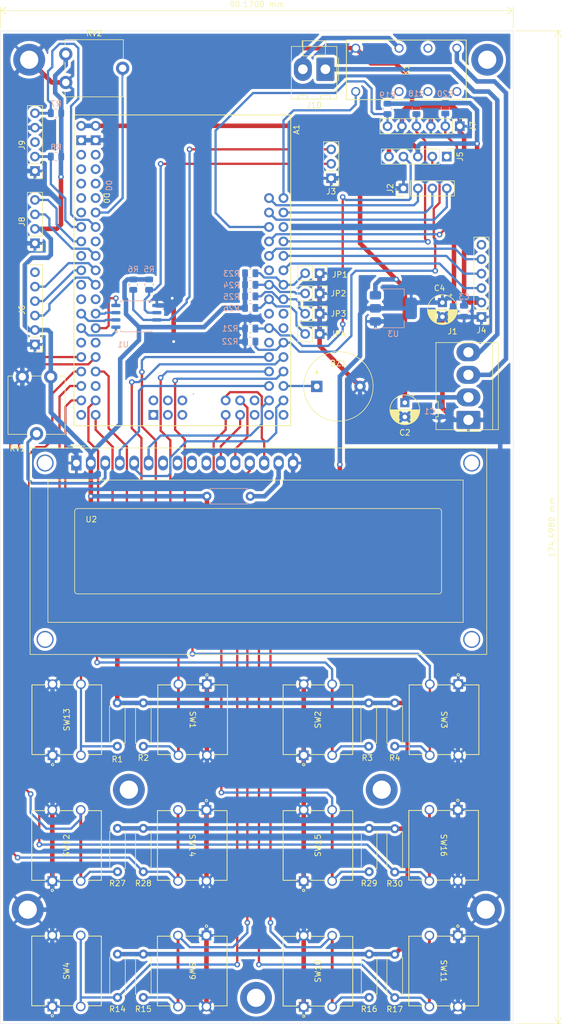
<source format=kicad_pcb>
(kicad_pcb (version 20240108) (generator "pcbnew") (generator_version "8.0")
  (layers (0 "F.Cu" signal) (31 "B.Cu" signal) (34 "B.Paste" user) (35 "F.Paste" user) (36 "B.SilkS" user "B.Silkscreen") (37 "F.SilkS" user "F.Silkscreen") (38 "B.Mask" user) (39 "F.Mask" user) (44 "Edge.Cuts" user))
  (net 0 "")
  (net 2 "RELAY")
  (net 4 "SEN_RING03")
  (net 5 "M_STEP")
  (net 7 "USONIC_RX")
  (net 8 "M_EN")
  (net 9 "BTN_CATCH_MARINELLI")
  (net 11 "SEN_RING01")
  (net 12 "LIMIT_BOTTOM")
  (net 13 "Net-(A1-D53_CS)")
  (net 14 "+12V")
  (net 17 "BTN_GO_POS3")
  (net 19 "RS485_RE")
  (net 20 "RS485_DE")
  (net 21 "GND")
  (net 23 "RS485_OUT")
  (net 24 "BTN_GENERAL2")
  (net 25 "SENS_MAR2")
  (net 26 "SENS_POS3")
  (net 29 "BTN_RELEASE_MARINELLI")
  (net 30 "JUMPER1")
  (net 31 "BTN_GO_POS2")
  (net 32 "SEN_RING02")
  (net 35 "Net-(A1-D50_MISO)")
  (net 36 "M_DIR")
  (net 38 "BTN_GENERAL1")
  (net 40 "BTN_STOP")
  (net 41 "SENS_POS2")
  (net 43 "SENS_CLAW_OPEN")
  (net 44 "BUZZER")
  (net 45 "SENS_CLAW_CLOSE")
  (net 46 "BTN_GENERAL3")
  (net 47 "Net-(A1-D51_MOSI)")
  (net 49 "BTN_GENERAL4")
  (net 50 "BTN_CLOSE_CLAW")
  (net 52 "LIMIT_UPPER")
  (net 53 "USONIC_TX")
  (net 57 "JUMPER4")
  (net 60 "JUMPER3")
  (net 61 "Net-(A1-D52_SCK)")
  (net 62 "JUMPER2")
  (net 65 "BTN_GO_POS1")
  (net 66 "BTN_OPEN_CLAW")
  (net 67 "Net-(U2-R{slash}W)")
  (net 68 "Net-(U2-RS)")
  (net 72 "SENS_POS1")
  (net 73 "RS485_IN")
  (net 74 "SENS_MAR3")
  (net 75 "SENS_MAR1")
  (net 76 "Net-(U2-E)")
  (net 77 "+5V")
  (net 78 "Net-(J1-Pin_4)")
  (net 79 "Net-(J1-Pin_3)")
  (net 80 "Net-(J3-Pin_2)")
  (net 81 "Net-(J3-Pin_3)")
  (net 85 "Net-(J10-Pin_2)")
  (net 90 "Net-(U2-A{slash}VEE)")
  (net 91 "Net-(U2-VO)")
  (net 97 "Net-(A1-D2_INT0)")
  (footprint "KiCad_ORBE_Lib_Footprints:ADTS24&asterisk_V_APM" (layer "F.Cu") (at 78.74 145.8468 90)
    (property "Reference" "SW2")
    (property "Value" "ADTS24NV" (hide yes))
  )
  (footprint "KiCad_ORBE_Lib_Footprints:ADTS24&asterisk_V_APM" (layer "F.Cu") (at 78.74 167.9448 90)
    (property "Reference" "SW15")
    (property "Value" "ADTS24NV" (hide yes))
  )
  (footprint "Resistor_THT:R_Axial_DIN0207_L6.3mm_D2.5mm_P7.62mm_Horizontal" (layer "F.Cu") (at 90.17 136.652 -90)
    (property "Reference" "R3")
    (property "Value" "R" (hide yes))
  )
  (footprint "Resistor_THT:R_Axial_DIN0207_L6.3mm_D2.5mm_P7.62mm_Horizontal" (layer "F.Cu") (at 50.546 158.69285 -90)
    (property "Reference" "R28")
    (property "Value" "R" (hide yes))
  )
  (footprint "KiCad_ORBE_Lib_Footprints:ADTS24&asterisk_V_APM" (layer "F.Cu") (at 78.74 190.0428 90)
    (property "Reference" "SW10")
    (property "Value" "ADTS24NV" (hide yes))
  )
  (footprint "Connector_Molex:Molex_KK-396_5273-04A_1x04_P3.96mm_Vertical" (layer "F.Cu") (at 107.696 86.914 90)
    (property "Reference" "J1")
    (property "Value" "POWER")
  )
  (footprint "Connector_PinHeader_2.54mm:PinHeader_1x06_P2.54mm_Vertical" (layer "F.Cu") (at 109.982 68.834 180)
    (property "Reference" "J4")
    (property "Value" "SENS_MARINELLI_RING")
  )
  (footprint "arduino-library:Clone_Mega2560_Pro_Socket" (layer "F.Cu") (at 76.454 33.327 -90)
    (property "Reference" "A1")
    (property "Value" "Clone_Mega2560_Pro_Socket")
  )
  (footprint "Connector_PinHeader_2.54mm:PinHeader_1x04_P2.54mm_Vertical" (layer "F.Cu") (at 31.496 55.88 180)
    (property "Reference" "J8")
    (property "Value" "ULTRASONIC")
  )
  (footprint "Resistor_THT:R_Axial_DIN0207_L6.3mm_D2.5mm_P7.62mm_Horizontal" (layer "F.Cu") (at 90.23985 180.79085 -90)
    (property "Reference" "R16")
    (property "Value" "R" (hide yes))
  )
  (footprint "Connector_PinHeader_2.54mm:PinHeader_1x03_P2.54mm_Vertical" (layer "F.Cu") (at 83.566 44.45 180)
    (property "Reference" "J3")
    (property "Value" "RS485")
  )
  (footprint "Resistor_THT:R_Axial_DIN0207_L6.3mm_D2.5mm_P7.62mm_Horizontal" (layer "F.Cu") (at 94.742 158.75 -90)
    (property "Reference" "R30")
    (property "Value" "R" (hide yes))
  )
  (footprint "MountingHole:MountingHole_3.2mm_M3_DIN965_Pad_TopBottom" (layer "F.Cu") (at 92.456 151.892)
    (property "Reference" "REF**" (hide yes))
    (property "Value" "MountingHole_3.2mm_M3_DIN965_Pad_TopBottom" (hide yes))
  )
  (footprint "KiCad_ORBE_Lib_Footprints:ADTS24&asterisk_V_APM" (layer "F.Cu") (at 34.544 167.9448 90)
    (property "Reference" "SW12")
    (property "Value" "ADTS24NV" (hide yes))
  )
  (footprint "KiCad_ORBE_Lib_Footprints:ADTS24&asterisk_V_APM" (layer "F.Cu") (at 34.5821 145.8468 90)
    (property "Reference" "SW13")
    (property "Value" "ADTS24NV" (hide yes))
  )
  (footprint "Connector_PinHeader_2.54mm:PinHeader_1x02_P2.54mm_Vertical" (layer "F.Cu") (at 81.539 68.257 -90)
    (property "Reference" "JP3")
    (property "Value" "Jumper_2_Open" (hide yes))
  )
  (footprint "Connector_PinHeader_2.54mm:PinHeader_1x02_P2.54mm_Vertical" (layer "F.Cu") (at 81.539 61.14 -90)
    (property "Reference" "JP1")
    (property "Value" "Jumper_2_Open" (hide yes))
  )
  (footprint "Display:WC1602A" (layer "F.Cu") (at 38.7731 94.488)
    (property "Reference" "U2")
    (property "Value" "RC1602A")
  )
  (footprint "MountingHole:MountingHole_3.2mm_M3_DIN965_Pad_TopBottom" (layer "F.Cu") (at 48.006 151.892)
    (property "Reference" "REF**" (hide yes))
    (property "Value" "MountingHole_3.2mm_M3_DIN965_Pad_TopBottom" (hide yes))
  )
  (footprint "Resistor_THT:R_Axial_DIN0207_L6.3mm_D2.5mm_P7.62mm_Horizontal" (layer "F.Cu") (at 50.546 180.79085 -90)
    (property "Reference" "R15")
    (property "Value" "R" (hide yes))
  )
  (footprint "MountingHole:MountingHole_3.2mm_M3_DIN965_Pad_TopBottom" (layer "F.Cu") (at 110.998 23.622)
    (property "Reference" "REF**" (hide yes))
    (property "Value" "MountingHole_3.2mm_M3_DIN965_Pad_TopBottom" (hide yes))
  )
  (footprint "Capacitor_THT:CP_Radial_D5.0mm_P2.50mm" (layer "F.Cu") (at 103.124 66.294 -90)
    (property "Reference" "C4")
    (property "Value" "10" (hide yes))
  )
  (footprint "KiCad_ORBE_Lib_Footprints:HRS2H-S DC9V_MTC" (layer "F.Cu") (at 87.8827 29.21 90)
    (property "Reference" "K1")
    (property "Value" "HRS2H-S DC12V" (hide yes))
  )
  (footprint "Capacitor_THT:CP_Radial_D5.0mm_P2.50mm" (layer "F.Cu") (at 96.52 83.884888 -90)
    (property "Reference" "C2")
    (property "Value" "10" (hide yes))
  )
  (footprint "Resistor_THT:R_Axial_DIN0207_L6.3mm_D2.5mm_P7.62mm_Horizontal" (layer "F.Cu") (at 90.23985 158.69285 -90)
    (property "Reference" "R29")
    (property "Value" "R" (hide yes))
  )
  (footprint "MountingHole:MountingHole_3.2mm_M3_DIN965_Pad_TopBottom" (layer "F.Cu") (at 30.48 23.622)
    (property "Reference" "REF**" (hide yes))
    (property "Value" "MountingHole_3.2mm_M3_DIN965_Pad_TopBottom" (hide yes))
  )
  (footprint "MountingHole:MountingHole_3.2mm_M3_DIN965_Pad_TopBottom" (layer "F.Cu") (at 70.358 188.468)
    (property "Reference" "REF**" (hide yes))
    (property "Value" "MountingHole_3.2mm_M3_DIN965_Pad_TopBottom" (hide yes))
  )
  (footprint "Connector_PinHeader_2.54mm:PinHeader_1x06_P2.54mm_Vertical" (layer "F.Cu") (at 31.496 73.66 180)
    (property "Reference" "J6")
    (property "Value" "SENS_SPINDLE")
  )
  (footprint "Connector_Molex:Molex_KK-396_A-41791-0002_1x02_P3.96mm_Vertical" (layer "F.Cu") (at 82.55 25.295 180)
    (property "Reference" "J10")
    (property "Value" "VALVE")
  )
  (footprint "Connector_PinHeader_2.54mm:PinHeader_1x02_P2.54mm_Vertical" (layer "F.Cu") (at 81.539 64.696 -90)
    (property "Reference" "JP2")
    (property "Value" "Jumper_2_Open" (hide yes))
  )
  (footprint "Buzzer_Beeper:Buzzer_12x9.5RM7.6" (layer "F.Cu") (at 81.036 81.026)
    (property "Reference" "BZ1")
    (property "Value" "Buzzer")
  )
  (footprint "KiCad_ORBE_Lib_Footprints:ADTS24&asterisk_V_APM" (layer "F.Cu") (at 61.6458 155.448 -90)
    (property "Reference" "SW14")
    (property "Value" "ADTS24NV" (hide yes))
  )
  (footprint "KiCad_ORBE_Lib_Footprints:ADTS24&asterisk_V_APM" (layer "F.Cu") (at 61.71565 133.35 -90)
    (property "Reference" "SW1")
    (property "Value" "ADTS24NV" (hide yes))
  )
  (footprint "Potentiometer_THT:Potentiometer_ACP_CA9-V10_Vertical" (layer "F.Cu") (at 29.275 79.328 -90)
    (property "Reference" "RV1")
    (property "Value" "CONTRASTE")
  )
  (footprint "Resistor_THT:R_Axial_DIN0207_L6.3mm_D2.5mm_P7.62mm_Horizontal" (layer "F.Cu") (at 45.974 136.652 -90)
    (property "Reference" "R1")
    (property "Value" "R" (hide yes))
  )
  (footprint "Connector_PinHeader_2.54mm:PinHeader_1x02_P2.54mm_Vertical" (layer "F.Cu") (at 81.539 71.813 -90)
    (property "Reference" "JP4")
    (property "Value" "Jumper_2_Open" (hide yes))
  )
  (footprint "Connector_PinHeader_2.54mm:PinHeader_1x05_P2.54mm_Vertical" (layer "F.Cu") (at 31.496 43.18 180)
    (property "Reference" "J9")
    (property "Value" "LIMIT SWITCH")
  )
  (footprint "Connector_PinHeader_2.54mm:PinHeader_1x06_P2.54mm_Vertical" (layer "F.Cu") (at 106.172 35.306 -90)
    (property "Reference" "J7")
    (property "Value" "SENS_MARINELLI_CLAW")
  )
  (footprint "Connector_PinHeader_2.54mm:PinHeader_1x05_P2.54mm_Vertical" (layer "F.Cu") (at 103.886 40.64 -90)
    (property "Reference" "J5")
    (property "Value" "SENSORS MAGNETIC CLAW")
  )
  (footprint "MountingHole:MountingHole_3.2mm_M3_DIN965_Pad_TopBottom" (layer "F.Cu") (at 30.226 172.974)
    (property "Reference" "REF**" (hide yes))
    (property "Value" "MountingHole_3.2mm_M3_DIN965_Pad_TopBottom" (hide yes))
  )
  (footprint "MountingHole:MountingHole_3.2mm_M3_DIN965_Pad_TopBottom" (layer "F.Cu") (at 110.744 172.974)
    (property "Reference" "REF**" (hide yes))
    (property "Value" "MountingHole_3.2mm_M3_DIN965_Pad_TopBottom" (hide yes))
  )
  (footprint "Resistor_THT:R_Axial_DIN0207_L6.3mm_D2.5mm_P7.62mm_Horizontal" (layer "F.Cu") (at 46.00575 158.69285 -90)
    (property "Reference" "R27")
    (property "Value" "R" (hide yes))
  )
  (footprint "KiCad_ORBE_Lib_Footprints:ADTS24&asterisk_V_APM" (layer "F.Cu") (at 105.91165 133.35 -90)
    (property "Reference" "SW3")
    (property "Value" "ADTS24NV" (hide yes))
  )
  (footprint "Connector_PinHeader_2.54mm:PinHeader_1x04_P2.54mm_Vertical" (layer "F.Cu") (at 96.276 46.228 90)
    (property "Reference" "J2")
    (property "Value" "MOTOR DRIVER")
  )
  (footprint "KiCad_ORBE_Lib_Footprints:ADTS24&asterisk_V_APM" (layer "F.Cu") (at 34.544 189.992 90)
    (property "Reference" "SW4")
    (property "Value" "ADTS24NV" (hide yes))
  )
  (footprint "KiCad_ORBE_Lib_Footprints:ADTS24&asterisk_V_APM" (layer "F.Cu") (at 105.8418 177.51425 -90)
    (property "Reference" "SW11")
    (property "Value" "ADTS24NV" (hide yes))
  )
  (footprint "Resistor_THT:R_Axial_DIN0207_L6.3mm_D2.5mm_P7.62mm_Horizontal" (layer "F.Cu") (at 94.742 136.652 -90)
    (property "Reference" "R4")
    (property "Value" "R" (hide yes))
  )
  (footprint "KiCad_ORBE_Lib_Footprints:ADTS24&asterisk_V_APM" (layer "F.Cu") (at 61.6458 177.51425 -90)
    (property "Reference" "SW9")
    (property "Value" "ADTS24NV" (hide yes))
  )
  (footprint "Potentiometer_THT:Potentiometer_ACP_CA9-V10_Vertical" (layer "F.Cu") (at 36.91 27.621)
    (property "Reference" "RV2")
    (property "Value" "SPEED")
  )
  (footprint "KiCad_ORBE_Lib_Footprints:ADTS24&asterisk_V_APM" (layer "F.Cu") (at 105.8418 155.41625 -90)
    (property "Reference" "SW16")
    (property "Value" "ADTS24NV" (hide yes))
  )
  (footprint "Resistor_THT:R_Axial_DIN0207_L6.3mm_D2.5mm_P7.62mm_Horizontal" (layer "F.Cu") (at 46.00575 180.79085 -90)
    (property "Reference" "R14")
    (property "Value" "R" (hide yes))
  )
  (footprint "Resistor_THT:R_Axial_DIN0207_L6.3mm_D2.5mm_P7.62mm_Horizontal" (layer "F.Cu") (at 94.742 180.82895 -90)
    (property "Reference" "R17")
    (property "Value" "R" (hide yes))
  )
  (footprint "Resistor_THT:R_Axial_DIN0207_L6.3mm_D2.5mm_P7.62mm_Horizontal" (layer "F.Cu") (at 50.546 136.652 -90)
    (property "Reference" "R2")
    (property "Value" "R" (hide yes))
  )
  (footprint "Resistor_SMD:R_0805_2012Metric" (layer "B.Cu") (at 69.342 70.866)
    (property "Reference" "R21")
    (property "Value" "R" (hide yes))
  )
  (footprint "Resistor_SMD:R_0805_2012Metric" (layer "B.Cu") (at 48.768 63.1425 -90)
    (property "Reference" "R6")
    (property "Value" "R" (hide yes))
  )
  (footprint "Capacitor_SMD:C_0805_2012Metric" (layer "B.Cu") (at 106.934 67.818 -90)
    (property "Reference" "C3")
    (property "Value" "0.1" (hide yes))
  )
  (footprint "Resistor_SMD:R_0805_2012Metric" (layer "B.Cu") (at 69.342 67.236)
    (property "Reference" "R26")
    (property "Value" "R" (hide yes))
  )
  (footprint "Resistor_SMD:R_0805_2012Metric" (layer "B.Cu") (at 69.342 63.172)
    (property "Reference" "R24")
    (property "Value" "R" (hide yes))
  )
  (footprint "Resistor_SMD:R_0805_2012Metric" (layer "B.Cu") (at 93.472 32.258 -90)
    (property "Reference" "R19")
    (property "Value" "R" (hide yes))
  )
  (footprint "Package_SO:SOIC-8_5.23x5.23mm_P1.27mm" (layer "B.Cu") (at 49.32 68.707)
    (property "Reference" "U1")
    (property "Value" "MAX485E")
  )
  (footprint "Resistor_SMD:R_0805_2012Metric" (layer "B.Cu") (at 69.342 61.14)
    (property "Reference" "R23")
    (property "Value" "R")
  )
  (footprint "Capacitor_SMD:C_0805_2012Metric" (layer "B.Cu") (at 102.55 85.41 -90)
    (property "Reference" "C1")
    (property "Value" "0.1" (hide yes))
  )
  (footprint "Resistor_SMD:R_0805_2012Metric" (layer "B.Cu") (at 98.552 32.258 -90)
    (property "Reference" "R18")
    (property "Value" "R" (hide yes))
  )
  (footprint "Resistor_SMD:R_0805_2012Metric" (layer "B.Cu") (at 69.342 73.152)
    (property "Reference" "R22")
    (property "Value" "R" (hide yes))
  )
  (footprint "Resistor_SMD:R_0805_2012Metric" (layer "B.Cu") (at 35.2025 40.64 180)
    (property "Reference" "R8")
    (property "Value" "R" (hide yes))
  )
  (footprint "Resistor_SMD:R_0805_2012Metric" (layer "B.Cu") (at 103.632 32.1545 -90)
    (property "Reference" "R20")
    (property "Value" "R" (hide yes))
  )
  (footprint "Package_TO_SOT_SMD:SOT-223-3_TabPin2" (layer "B.Cu") (at 94.488 67.31)
    (property "Reference" "U3")
    (property "Value" "AMS1117-5.0" (hide yes))
  )
  (footprint "Resistor_SMD:R_0805_2012Metric" (layer "B.Cu") (at 69.342 65.204)
    (property "Reference" "R25")
    (property "Value" "R" (hide yes))
  )
  (footprint "Resistor_THT:R_Axial_DIN0207_L6.3mm_D2.5mm_P7.62mm_Horizontal" (layer "B.Cu") (at 69.342 100.33 180)
    (property "Reference" "R9" (hide yes))
    (property "Value" "R" (hide yes))
  )
  (footprint "Resistor_SMD:R_0805_2012Metric" (layer "B.Cu") (at 35.2025 33.02 180)
    (property "Reference" "R7")
    (property "Value" "R" (hide yes))
  )
  (footprint "Resistor_SMD:R_0805_2012Metric" (layer "B.Cu") (at 51.562 63.1425 -90)
    (property "Reference" "R5")
    (property "Value" "R" (hide yes))
  )
  (gr_line (start 25.4 23.114) (end 25.4 18.542) (stroke (width 0.05)) (layer "Edge.Cuts"))
  (gr_line (start 25.4 18.542) (end 115.57 18.542) (stroke (width 0.05)) (layer "Edge.Cuts"))
  (gr_line (start 115.57 18.542) (end 115.57 23.114) (stroke (width 0.05)) (layer "Edge.Cuts"))
  (gr_line (start 25.4 23.114) (end 25.4 193.04) (stroke (width 0.05)) (layer "Edge.Cuts"))
  (gr_line (start 115.57 193.04) (end 115.57 23.114) (stroke (width 0.05)) (layer "Edge.Cuts"))
  (gr_line (start 25.4 193.04) (end 115.57 193.04) (stroke (width 0.05)) (layer "Edge.Cuts"))
  (dimension (type aligned) (layer "F.SilkS") (pts (xy 115.57 18.542) (xy 115.57 193.04)) (height -7.874) (gr_text "174.4980 mm" (at 122.344 105.791 90) (layer "F.SilkS") (effects (font (size 1 1) (thickness 0.1)))) (format (prefix "") (suffix "") (units 3) (units_format 1) (precision 4)) (style (thickness 0.1) (arrow_length 1.27) (text_position_mode 0) (extension_height 0.58642) (extension_offset 0.5) keep_text_aligned))
  (dimension (type aligned) (layer "F.SilkS") (pts (xy 25.4 18.542) (xy 115.57 18.542)) (height -3.556) (gr_text "90.1700 mm" (at 70.485 13.886 0) (layer "F.SilkS") (effects (font (size 1 1) (thickness 0.1)))) (format (prefix "") (suffix "") (units 3) (units_format 1) (precision 4)) (style (thickness 0.1) (arrow_length 1.27) (text_position_mode 0) (extension_height 0.58642) (extension_offset 0.5) keep_text_aligned))
  (segment (start 75.184 34.29) (end 76.962 32.512) (width 0.4) (layer "B.Cu") (net 2))
  (segment (start 75.184 47.932) (end 75.184 34.29) (width 0.4) (layer "B.Cu") (net 2))
  (segment (start 87.8827 30.9867) (end 87.8827 29.21) (width 0.4) (layer "B.Cu") (net 2))
  (segment (start 87.884 31.496) (end 87.884 30.988) (width 0.4) (layer "B.Cu") (net 2))
  (segment (start 87.884 30.988) (end 87.8827 30.9867) (width 0.4) (layer "B.Cu") (net 2))
  (segment (start 86.868 32.512) (end 87.884 31.496) (width 0.4) (layer "B.Cu") (net 2))
  (segment (start 76.962 32.512) (end 86.868 32.512) (width 0.4) (layer "B.Cu") (net 2))
  (segment (start 106.934 63.754) (end 109.982 63.754) (width 0.4) (layer "B.Cu") (net 4))
  (segment (start 76.38 59.436) (end 102.616 59.436) (width 0.4) (layer "B.Cu") (net 4))
  (segment (start 75.184 60.632) (end 76.38 59.436) (width 0.4) (layer "B.Cu") (net 4))
  (segment (start 102.616 59.436) (end 106.934 63.754) (width 0.4) (layer "B.Cu") (net 4))
  (segment (start 73.9076 51.7356) (end 101.6804 51.7356) (width 0.4) (layer "B.Cu") (net 5))
  (segment (start 103.896 49.52) (end 103.896 46.228) (width 0.4) (layer "B.Cu") (net 5))
  (segment (start 101.6804 51.7356) (end 103.896 49.52) (width 0.4) (layer "B.Cu") (net 5))
  (segment (start 72.644 50.472) (end 73.9076 51.7356) (width 0.4) (layer "B.Cu") (net 5))
  (segment (start 42.164 58.092) (end 40.9004 56.8284) (width 0.4) (layer "B.Cu") (net 7))
  (segment (start 34.036 52.324) (end 34.036 52.832) (width 0.4) (layer "B.Cu") (net 7))
  (segment (start 40.9004 56.8284) (end 40.968 56.896) (width 0.4) (layer "B.Cu") (net 7))
  (segment (start 34.036 52.832) (end 34.798 53.594) (width 0.4) (layer "B.Cu") (net 7))
  (segment (start 34.036 51.562) (end 33.274 50.8) (width 0.4) (layer "B.Cu") (net 7))
  (segment (start 34.798 53.594) (end 38.0324 56.8284) (width 0.4) (layer "B.Cu") (net 7))
  (segment (start 33.274 50.8) (end 31.496 50.8) (width 0.4) (layer "B.Cu") (net 7))
  (segment (start 34.036 51.562) (end 34.036 52.324) (width 0.4) (layer "B.Cu") (net 7))
  (segment (start 38.0324 56.8284) (end 40.9004 56.8284) (width 0.4) (layer "B.Cu") (net 7))
  (segment (start 98.1244 49.1956) (end 98.816 48.504) (width 0.4) (layer "B.Cu") (net 8))
  (segment (start 98.816 48.504) (end 98.816 46.228) (width 0.4) (layer "B.Cu") (net 8))
  (segment (start 73.9076 49.1956) (end 98.1244 49.1956) (width 0.4) (layer "B.Cu") (net 8))
  (segment (start 72.644 47.932) (end 73.9076 49.1956) (width 0.4) (layer "B.Cu") (net 8))
  (segment (start 83.7438 166.116) (end 83.7438 167.9448) (width 0.5) (layer "F.Cu") (net 9))
  (segment (start 47.6531 107.8511) (end 64.262 124.46) (width 0.4) (layer "F.Cu") (net 9))
  (segment (start 64.262 124.46) (end 64.262 152.4) (width 0.4) (layer "F.Cu") (net 9))
  (segment (start 42.164 78.412) (end 43.614 78.412) (width 0.4) (layer "F.Cu") (net 9))
  (segment (start 44.45 88.392) (end 47.6531 91.5951) (width 0.4) (layer "F.Cu") (net 9))
  (segment (start 83.7438 155.448) (end 83.7438 166.116) (width 0.5) (layer "F.Cu") (net 9))
  (segment (start 44.45 79.248) (end 44.45 88.392) (width 0.4) (layer "F.Cu") (net 9))
  (segment (start 47.6531 91.5951) (end 47.6531 107.8511) (width 0.4) (layer "F.Cu") (net 9))
  (segment (start 43.614 78.412) (end 44.45 79.248) (width 0.4) (layer "F.Cu") (net 9))
  (via (at 64.262 152.4) (size 1) (drill 0.5) (layers "F.Cu" "B.Cu") (net 9))
  (segment (start 85.37575 166.31285) (end 83.7438 167.9448) (width 0.4) (layer "B.Cu") (net 9))
  (segment (start 83.7438 153.3398) (end 83.7438 155.448) (width 0.4) (layer "B.Cu") (net 9))
  (segment (start 82.804 152.4) (end 83.7438 153.3398) (width 0.4) (layer "B.Cu") (net 9))
  (segment (start 90.23985 166.31285) (end 85.37575 166.31285) (width 0.4) (layer "B.Cu") (net 9))
  (segment (start 64.262 152.4) (end 82.804 152.4) (width 0.4) (layer "B.Cu") (net 9))
  (segment (start 103.812 58.092) (end 106.934 61.214) (width 0.4) (layer "B.Cu") (net 11))
  (segment (start 75.184 58.092) (end 103.812 58.092) (width 0.4) (layer "B.Cu") (net 11))
  (segment (start 106.934 61.214) (end 109.982 61.214) (width 0.4) (layer "B.Cu") (net 11))
  (segment (start 34.29 40.64) (end 34.29 45.466) (width 0.4) (layer "B.Cu") (net 12))
  (segment (start 34.29 45.466) (end 36.83 48.006) (width 0.4) (layer "B.Cu") (net 12))
  (segment (start 36.83 48.006) (end 36.83 51.816) (width 0.4) (layer "B.Cu") (net 12))
  (segment (start 38.026 53.012) (end 39.624 53.012) (width 0.4) (layer "B.Cu") (net 12))
  (segment (start 36.83 51.816) (end 38.026 53.012) (width 0.4) (layer "B.Cu") (net 12))
  (segment (start 31.496 40.64) (end 34.29 40.64) (width 0.5) (layer "B.Cu") (net 12))
  (segment (start 71.7931 90.5891) (end 71.7931 94.488) (width 0.4) (layer "F.Cu") (net 13))
  (segment (start 71.374 82.804) (end 71.374 90.17) (width 0.4) (layer "F.Cu") (net 13))
  (segment (start 70.612 82.042) (end 71.374 82.804) (width 0.4) (layer "F.Cu") (net 13))
  (segment (start 65.024 83.492) (end 65.024 82.804) (width 0.4) (layer "F.Cu") (net 13))
  (segment (start 65.024 82.804) (end 65.786 82.042) (width 0.4) (layer "F.Cu") (net 13))
  (segment (start 71.374 90.17) (end 71.7931 90.5891) (width 0.4) (layer "F.Cu") (net 13))
  (segment (start 65.786 82.042) (end 70.612 82.042) (width 0.4) (layer "F.Cu") (net 13))
  (segment (start 88.646 37.444) (end 88.646 55.88) (width 0.8) (layer "F.Cu") (net 14))
  (segment (start 88.646 55.88) (end 96.52 63.754) (width 0.8) (layer "F.Cu") (net 14))
  (segment (start 86.434 35.232) (end 88.646 37.444) (width 0.8) (layer "F.Cu") (net 14))
  (segment (start 96.52 63.754) (end 96.52 83.884888) (width 0.8) (layer "F.Cu") (net 14))
  (segment (start 42.164 35.232) (end 86.434 35.232) (width 0.8) (layer "F.Cu") (net 14))
  (via (at 94.996 62.23) (size 1) (drill 0.5) (layers "F.Cu" "B.Cu") (net 14))
  (segment (start 97.178 82.954) (end 102.362 82.954) (width 0.8) (layer "B.Cu") (net 14))
  (segment (start 102.55 84.46) (end 102.55 83.142) (width 0.8) (layer "B.Cu") (net 14))
  (segment (start 96.52 83.884888) (end 96.52 83.312) (width 0.8) (layer "B.Cu") (net 14))
  (segment (start 39.624 35.232) (end 42.164 35.232) (width 0.8) (layer "B.Cu") (net 14))
  (segment (start 91.338 63.094) (end 92.202 62.23) (width 0.8) (layer "B.Cu") (net 14))
  (segment (start 102.362 82.954) (end 107.696 82.954) (width 0.8) (layer "B.Cu") (net 14))
  (segment (start 97.028 82.804) (end 97.178 82.954) (width 0.8) (layer "B.Cu") (net 14))
  (segment (start 96.52 83.312) (end 97.028 82.804) (width 0.8) (layer "B.Cu") (net 14))
  (segment (start 102.55 83.142) (end 102.362 82.954) (width 0.8) (layer "B.Cu") (net 14))
  (segment (start 92.202 62.23) (end 94.996 62.23) (width 0.8) (layer "B.Cu") (net 14))
  (segment (start 91.338 65.01) (end 91.338 63.094) (width 0.8) (layer "B.Cu") (net 14))
  (segment (start 39.624 83.492) (end 37.92 83.492) (width 0.4) (layer "F.Cu") (net 17))
  (segment (start 42.418 124.206) (end 42.418 129.54) (width 0.4) (layer "F.Cu") (net 17))
  (segment (start 36.83 84.582) (end 36.83 118.618) (width 0.4) (layer "F.Cu") (net 17))
  (segment (start 36.83 118.618) (end 42.418 124.206) (width 0.4) (layer "F.Cu") (net 17))
  (segment (start 37.92 83.492) (end 36.83 84.582) (width 0.4) (layer "F.Cu") (net 17))
  (segment (start 83.7438 133.35) (end 83.7438 144.018) (width 0.5) (layer "F.Cu") (net 17))
  (segment (start 83.7438 144.018) (end 83.7438 145.8468) (width 0.5) (layer "F.Cu") (net 17))
  (via (at 42.418 129.54) (size 1) (drill 0.5) (layers "F.Cu" "B.Cu") (net 17))
  (segment (start 83.7438 130.7338) (end 83.7438 133.35) (width 0.4) (layer "B.Cu") (net 17))
  (segment (start 90.17 144.272) (end 85.3186 144.272) (width 0.4) (layer "B.Cu") (net 17))
  (segment (start 85.3186 144.272) (end 83.7438 145.8468) (width 0.4) (layer "B.Cu") (net 17))
  (segment (start 82.55 129.54) (end 83.7438 130.7338) (width 0.4) (layer "B.Cu") (net 17))
  (segment (start 42.418 129.54) (end 82.55 129.54) (width 0.4) (layer "B.Cu") (net 17))
  (segment (start 40.8876 69.5156) (end 43.7684 69.5156) (width 0.4) (layer "B.Cu") (net 19))
  (segment (start 39.624 68.252) (end 40.8876 69.5156) (width 0.4) (layer "B.Cu") (net 19))
  (segment (start 43.7684 69.5156) (end 43.942 69.342) (width 0.4) (layer "B.Cu") (net 19))
  (segment (start 43.942 69.342) (end 45.72 69.342) (width 0.4) (layer "B.Cu") (net 19))
  (segment (start 42.164 68.252) (end 43.762 68.252) (width 0.4) (layer "B.Cu") (net 20))
  (segment (start 43.942 68.072) (end 45.72 68.072) (width 0.4) (layer "B.Cu") (net 20))
  (segment (start 43.762 68.252) (end 43.942 68.072) (width 0.4) (layer "B.Cu") (net 20))
  (segment (start 106.172 33.02) (end 105.156 32.004) (width 0.8) (layer "F.Cu") (net 21))
  (segment (start 78.74 133.35) (end 78.74 145.8468) (width 0.8) (layer "F.Cu") (net 21))
  (segment (start 109.982 68.834) (end 103.164 68.834) (width 0.8) (layer "F.Cu") (net 21))
  (segment (start 106.934 37.084) (end 106.172 36.322) (width 0.8) (layer "F.Cu") (net 21))
  (segment (start 90.5497 24.257) (end 94.869 24.257) (width 0.8) (layer "F.Cu") (net 21))
  (segment (start 106.172 35.306) (end 106.172 33.02) (width 0.8) (layer "F.Cu") (net 21))
  (segment (start 40.64 19.812) (end 34.29 19.812) (width 0.8) (layer "F.Cu") (net 21))
  (segment (start 87.8827 21.59) (end 42.418 21.59) (width 0.8) (layer "F.Cu") (net 21))
  (segment (start 34.479 27.621) (end 32.177056 25.319056) (width 0.8) (layer "F.Cu") (net 21))
  (segment (start 106.172 36.322) (end 106.172 35.306) (width 0.8) (layer "F.Cu") (net 21))
  (segment (start 36.91 27.621) (end 34.479 27.621) (width 0.8) (layer "F.Cu") (net 21))
  (segment (start 101.092 32.004) (end 97.79 32.004) (width 0.8) (layer "F.Cu") (net 21))
  (segment (start 78.74 155.448) (end 78.74 150.368) (width 0.8) (layer "F.Cu") (net 21))
  (segment (start 81.539 61.14) (end 81.539 71.813) (width 0.8) (layer "F.Cu") (net 21))
  (segment (start 94.869 24.257) (end 97.79 27.178) (width 0.8) (layer "F.Cu") (net 21))
  (segment (start 55.88 65.786) (end 55.626 65.532) (width 0.8) (layer "F.Cu") (net 21))
  (segment (start 107.696 86.914) (end 105.202 86.914) (width 0.8) (layer "F.Cu") (net 21))
  (segment (start 78.74 155.448) (end 78.74 167.9448) (width 0.8) (layer "F.Cu") (net 21))
  (segment (start 88.636 81.026) (end 84.836 77.226) (width 0.8) (layer "F.Cu") (net 21))
  (segment (start 34.29 19.812) (end 32.177056 21.924944) (width 0.8) (layer "F.Cu") (net 21))
  (segment (start 105.91165 167.8432) (end 105.8418 167.91305) (width 0.8) (layer "F.Cu") (net 21))
  (segment (start 105.202 86.914) (end 103.124 84.836) (width 0.8) (layer "F.Cu") (net 21))
  (segment (start 105.156 68.326) (end 105.156 53.848) (width 0.8) (layer "F.Cu") (net 21))
  (segment (start 84.836 77.216) (end 81.539 73.919) (width 0.8) (layer "F.Cu") (net 21))
  (segment (start 61.6458 177.51425) (end 61.6458 190.01105) (width 0.8) (layer "F.Cu") (net 21))
  (segment (start 61.6458 145.91665) (end 61.71565 145.8468) (width 0.8) (layer "F.Cu") (net 21))
  (segment (start 78.74 177.546) (end 78.74 190.0428) (width 0.8) (layer "F.Cu") (net 21))
  (segment (start 105.156 32.004) (end 101.092 32.004) (width 0.8) (layer "F.Cu") (net 21))
  (segment (start 81.539 73.919) (end 81.539 71.813) (width 0.8) (layer "F.Cu") (net 21))
  (segment (start 103.164 68.834) (end 103.124 68.794) (width 0.8) (layer "F.Cu") (net 21))
  (segment (start 103.124 68.794) (end 104.688 68.794) (width 0.8) (layer "F.Cu") (net 21))
  (segment (start 97.79 31.242) (end 97.79 32.004) (width 0.8) (layer "F.Cu") (net 21))
  (segment (start 104.688 68.794) (end 105.156 68.326) (width 0.8) (layer "F.Cu") (net 21))
  (segment (start 96.774 32.004) (end 96.012 32.766) (width 0.8) (layer "F.Cu") (net 21))
  (segment (start 78.74 145.8468) (end 78.74 150.368) (width 0.8) (layer "F.Cu") (net 21))
  (segment (start 97.79 27.178) (end 97.79 31.242) (width 0.8) (layer "F.Cu") (net 21))
  (segment (start 84.836 77.226) (end 84.836 77.216) (width 0.8) (layer "F.Cu") (net 21))
  (segment (start 105.156 53.848) (end 106.934 52.07) (width 0.8) (layer "F.Cu") (net 21))
  (segment (start 96.012 33.02) (end 96.012 35.306) (width 0.4) (layer "F.Cu") (net 21))
  (segment (start 103.124 84.836) (end 103.124 68.794) (width 0.8) (layer "F.Cu") (net 21))
  (segment (start 55.88 73.152) (end 55.88 65.786) (width 0.8) (layer "F.Cu") (net 21))
  (segment (start 97.79 32.004) (end 96.774 32.004) (width 0.8) (layer "F.Cu") (net 21))
  (segment (start 87.8827 21.59) (end 90.5497 24.257) (width 0.8) (layer "F.Cu") (net 21))
  (segment (start 96.012 32.766) (end 96.012 35.306) (width 0.8) (layer "F.Cu") (net 21))
  (segment (start 101.092 35.306) (end 101.092 32.004) (width 0.8) (layer "F.Cu") (net 21))
  (segment (start 34.544 155.448) (end 34.544 167.9448) (width 0.8) (layer "F.Cu") (net 21))
  (segment (start 61.71565 133.35) (end 61.71565 145.8468) (width 0.8) (layer "F.Cu") (net 21))
  (segment (start 42.418 21.59) (end 40.64 19.812) (width 0.8) (layer "F.Cu") (net 21))
  (segment (start 34.5821 155.4099) (end 34.544 155.448) (width 0.8) (layer "F.Cu") (net 21))
  (segment (start 106.934 52.07) (end 106.934 37.084) (width 0.8) (layer "F.Cu") (net 21))
  (segment (start 61.6458 167.9448) (end 61.6458 155.448) (width 0.8) (layer "F.Cu") (net 21))
  (via (at 55.88 73.152) (size 1) (drill 0.5) (layers "F.Cu" "B.Cu") (net 21))
  (via (at 55.626 65.532) (size 1) (drill 0.5) (layers "F.Cu" "B.Cu") (net 21))
  (segment (start 29.275 83.377) (end 38.7731 92.8751) (width 0.8) (layer "B.Cu") (net 21))
  (segment (start 96.012 35.306) (end 96.012 36.068) (width 0.8) (layer "B.Cu") (net 21))
  (segment (start 45.212 36.83) (end 45.212 30.226) (width 0.8) (layer "B.Cu") (net 21))
  (segment (start 34.544 167.9448) (end 34.544 177.4952) (width 0.8) (layer "B.Cu") (net 21))
  (segment (start 105.8418 172.974) (end 108.344 172.974) (width 0.8) (layer "B.Cu") (net 21))
  (segment (start 45.212 30.226) (end 42.672 27.686) (width 0.8) (layer "B.Cu") (net 21))
  (segment (start 76.8731 97.9551) (end 80.01 101.092) (width 0.8) (layer "B.Cu") (net 21))
  (segment (start 111.044 86.914) (end 113.284 89.154) (width 0.8) (layer "B.Cu") (net 21))
  (segment (start 85.598 44.45) (end 87.376 46.228) (width 0.8) (layer "B.Cu") (net 21))
  (segment (start 29.275 79.328) (end 29.275 83.377) (width 0.8) (layer "B.Cu") (net 21))
  (segment (start 107 68.834) (end 106.934 68.768) (width 0.8) (layer "B.Cu") (net 21))
  (segment (start 52.92 66.802) (end 54.61 66.802) (width 0.8) (layer "B.Cu") (net 21))
  (segment (start 105.91165 134.10565) (end 105.8418 134.1755) (width 0.8) (layer "B.Cu") (net 21))
  (segment (start 54.61 66.802) (end 55.626 65.786) (width 0.8) (layer "B.Cu") (net 21))
  (segment (start 96.012 36.068) (end 94.488 37.592) (width 0.8) (layer "B.Cu") (net 21))
  (segment (start 102.525112 86.384888) (end 102.55 86.36) (width 0.8) (layer "B.Cu") (net 21))
  (segment (start 34.5821 155.4099) (end 34.544 155.448) (width 0.8) (layer "B.Cu") (net 21))
  (segment (start 95.25 70.866) (end 101.052 70.866) (width 0.8) (layer "B.Cu") (net 21))
  (segment (start 105.8418 134.1755) (end 105.8418 190.01105) (width 0.8) (layer "B.Cu") (net 21))
  (segment (start 80.01 101.092) (end 112.776 101.092) (width 0.8) (layer "B.Cu") (net 21))
  (segment (start 55.626 25.4) (end 52.324 22.098) (width 0.8) (layer "B.Cu") (net 21))
  (segment (start 42.164 37.772) (end 44.27 37.772) (width 0.8) (layer "B.Cu") (net 21))
  (segment (start 94.488 37.592) (end 91.948 37.592) (width 0.8) (layer "B.Cu") (net 21))
  (segment (start 28.194 53.848) (end 28.194 56.134) (width 0.8) (layer "B.Cu") (net 21))
  (segment (start 38.7731 92.8751) (end 38.7731 94.488) (width 0.8) (layer "B.Cu") (net 21))
  (segment (start 87.376 46.228) (end 90.424 46.228) (width 0.8) (layer "B.Cu") (net 21))
  (segment (start 44.27 37.772) (end 45.212 36.83) (width 0.8) (layer "B.Cu") (net 21))
  (segment (start 106.908 68.794) (end 106.934 68.768) (width 0.8) (layer "B.Cu") (net 21))
  (segment (start 103.124 68.794) (end 106.908 68.794) (width 0.8) (layer "B.Cu") (net 21))
  (segment (start 107.696 86.914) (end 111.044 86.914) (width 0.8) (layer "B.Cu") (net 21))
  (segment (start 28.194 43.18) (end 28.194 53.848) (width 0.8) (layer "B.Cu") (net 21))
  (segment (start 105.91165 133.35) (end 105.91165 134.10565) (width 0.8) (layer "B.Cu") (net 21))
  (segment (start 61.71565 145.8468) (end 61.71565 155.37815) (width 0.8) (layer "B.Cu") (net 21))
  (segment (start 55.626 65.786) (end 55.626 25.4) (width 0.8) (layer "B.Cu") (net 21))
  (segment (start 76.8731 94.488) (end 76.8731 97.9551) (width 0.8) (layer "B.Cu") (net 21))
  (segment (start 34.544 177.4952) (end 34.544 189.992) (width 0.8) (layer "B.Cu") (net 21))
  (segment (start 28.194 72.39) (end 29.464 73.66) (width 0.8) (layer "B.Cu") (net 21))
  (segment (start 34.5821 133.35) (end 34.5821 155.4099) (width 0.8) (layer "B.Cu") (net 21))
  (segment (start 90.424 39.116) (end 90.424 46.228) (width 0.8) (layer "B.Cu") (net 21))
  (segment (start 29.275 79.328) (end 29.275 73.849) (width 0.8) (layer "B.Cu") (net 21))
  (segment (start 61.71565 155.37815) (end 61.6458 155.448) (width 0.8) (layer "B.Cu") (net 21))
  (segment (start 113.284 130.302) (end 110.236 133.35) (width 0.8) (layer "B.Cu") (net 21))
  (segment (start 90.424 46.228) (end 96.276 46.228) (width 0.8) (layer "B.Cu") (net 21))
  (segment (start 42.672 27.686) (end 42.672 22.098) (width 0.8) (layer "B.Cu") (net 21))
  (segment (start 28.194 56.134) (end 28.448 55.88) (width 0.8) (layer "B.Cu") (net 21))
  (segment (start 109.982 68.834) (end 107 68.834) (width 0.8) (layer "B.Cu") (net 21))
  (segment (start 32.626 172.974) (end 105.8418 172.974) (width 0.8) (layer "B.Cu") (net 21))
  (segment (start 113.284 89.154) (end 113.284 100.584) (width 0.8) (layer "B.Cu") (net 21))
  (segment (start 112.776 101.092) (end 113.284 100.584) (width 0.8) (layer "B.Cu") (net 21))
  (segment (start 88.636 82.794) (end 92.226888 86.384888) (width 0.8) (layer "B.Cu") (net 21))
  (segment (start 28.194 53.848) (end 28.194 72.39) (width 0.8) (layer "B.Cu") (net 21))
  (segment (start 28.194 43.18) (end 28.194 35.56) (width 0.8) (layer "B.Cu") (net 21))
  (segment (start 78.74 167.9448) (end 78.74 177.546) (width 0.8) (layer "B.Cu") (net 21))
  (segment (start 61.6458 167.9448) (end 61.6458 177.51425) (width 0.8) (layer "B.Cu") (net 21))
  (segment (start 91.948 37.592) (end 90.424 39.116) (width 0.8) (layer "B.Cu") (net 21))
  (segment (start 39.624 37.772) (end 42.164 37.772) (width 0.8) (layer "B.Cu") (net 21))
  (segment (start 93.994 69.61) (end 95.25 70.866) (width 0.8) (layer "B.Cu") (net 21))
  (segment (start 88.636 81.026) (end 88.636 82.794) (width 0.8) (layer "B.Cu") (net 21))
  (segment (start 34.29 19.812) (end 32.177056 21.924944) (width 0.8) (layer "B.Cu") (net 21))
  (segment (start 68.4295 73.152) (end 55.88 73.152) (width 0.8) (layer "B.Cu") (net 21))
  (segment (start 42.672 22.098) (end 40.386 19.812) (width 0.8) (layer "B.Cu") (net 21))
  (segment (start 91.338 69.61) (end 93.994 69.61) (width 0.8) (layer "B.Cu") (net 21))
  (segment (start 29.464 73.66) (end 31.496 73.66) (width 0.8) (layer "B.Cu") (net 21))
  (segment (start 92.226888 86.384888) (end 96.52 86.384888) (width 0.8) (layer "B.Cu") (net 21))
  (segment (start 68.4295 70.866) (end 68.4295 73.152) (width 0.8) (layer "B.Cu") (net 21))
  (segment (start 105.202 86.914) (end 104.648 86.36) (width 0.8) (layer "B.Cu") (net 21))
  (segment (start 83.566 44.45) (end 85.598 44.45) (width 0.8) (layer "B.Cu") (net 21))
  (segment (start 52.324 22.098) (end 42.672 22.098) (width 0.8) (layer "B.Cu") (net 21))
  (segment (start 28.448 55.88) (end 31.496 55.88) (width 0.8) (layer "B.Cu") (net 21))
  (segment (start 40.386 19.812) (end 34.29 19.812) (width 0.8) (layer "B.Cu") (net 21))
  (segment (start 29.275 73.849) (end 29.464 73.66) (width 0.8) (layer "B.Cu") (net 21))
  (segment (start 31.496 43.18) (end 28.194 43.18) (width 0.8) (layer "B.Cu") (net 21))
  (segment (start 96.52 86.384888) (end 102.525112 86.384888) (width 0.8) (layer "B.Cu") (net 21))
  (segment (start 101.052 70.866) (end 103.124 68.794) (width 0.8) (layer "B.Cu") (net 21))
  (segment (start 104.648 86.36) (end 102.55 86.36) (width 0.8) (layer "B.Cu") (net 21))
  (segment (start 107.696 86.914) (end 105.202 86.914) (width 0.8) (layer "B.Cu") (net 21))
  (segment (start 110.236 133.35) (end 105.91165 133.35) (width 0.8) (layer "B.Cu") (net 21))
  (segment (start 113.284 100.584) (end 113.284 130.302) (width 0.8) (layer "B.Cu") (net 21))
  (segment (start 31.496 35.56) (end 28.194 35.56) (width 0.8) (layer "B.Cu") (net 21))
  (segment (start 28.194 35.56) (end 28.194 25.908) (width 0.8) (layer "B.Cu") (net 21))
  (segment (start 28.194 25.908) (end 28.782944 25.319056) (width 0.8) (layer "B.Cu") (net 21))
  (segment (start 45.72 71.374) (end 45.72 70.612) (width 0.4) (layer "B.Cu") (net 23))
  (segment (start 39.624 70.792) (end 40.9004 72.0684) (width 0.4) (layer "B.Cu") (net 23))
  (segment (start 40.9004 72.0684) (end 45.0256 72.0684) (width 0.4) (layer "B.Cu") (net 23))
  (segment (start 45.0256 72.0684) (end 45.72 71.374) (width 0.4) (layer "B.Cu") (net 23))
  (segment (start 52.7331 107.0891) (end 68.834 123.19) (width 0.4) (layer "F.Cu") (net 24))
  (segment (start 68.834 123.19) (end 68.834 175.26) (width 0.4) (layer "F.Cu") (net 24))
  (segment (start 52.7331 90.5229) (end 52.7331 107.0891) (width 0.4) (layer "F.Cu") (net 24))
  (segment (start 50.292 88.0818) (end 52.7331 90.5229) (width 0.4) (layer "F.Cu") (net 24))
  (segment (start 56.642 188.468) (end 56.642 190.01105) (width 0.5) (layer "F.Cu") (net 24))
  (segment (start 56.642 177.51425) (end 56.642 188.468) (width 0.5) (layer "F.Cu") (net 24))
  (segment (start 50.292 78.486) (end 50.292 88.0818) (width 0.4) (layer "F.Cu") (net 24))
  (via (at 68.834 175.26) (size 1) (drill 0.5) (layers "F.Cu" "B.Cu") (net 24))
  (via (at 50.292 78.486) (size 1) (drill 0.5) (layers "F.Cu" "B.Cu") (net 24))
  (segment (start 50.874 75.872) (end 72.644 75.872) (width 0.4) (layer "B.Cu") (net 24))
  (segment (start 50.546 188.41085) (end 55.0418 188.41085) (width 0.4) (layer "B.Cu") (net 24))
  (segment (start 66.294 179.578) (end 68.834 177.038) (width 0.4) (layer "B.Cu") (net 24))
  (segment (start 50.292 76.454) (end 50.874 75.872) (width 0.4) (layer "B.Cu") (net 24))
  (segment (start 50.292 78.486) (end 50.292 76.454) (width 0.4) (layer "B.Cu") (net 24))
  (segment (start 68.834 177.038) (end 68.834 175.26) (width 0.4) (layer "B.Cu") (net 24))
  (segment (start 56.642 177.51425) (end 58.70575 179.578) (width 0.4) (layer "B.Cu") (net 24))
  (segment (start 55.0418 188.41085) (end 56.642 190.01105) (width 0.4) (layer "B.Cu") (net 24))
  (segment (start 58.70575 179.578) (end 66.294 179.578) (width 0.4) (layer "B.Cu") (net 24))
  (segment (start 100.076 55.118) (end 100.076 37.846) (width 0.4) (layer "F.Cu") (net 25))
  (segment (start 100.584 55.626) (end 100.076 55.118) (width 0.4) (layer "F.Cu") (net 25))
  (segment (start 98.552 36.322) (end 98.552 35.306) (width 0.4) (layer "F.Cu") (net 25))
  (segment (start 100.076 37.846) (end 98.552 36.322) (width 0.4) (layer "F.Cu") (net 25))
  (via (at 100.584 55.626) (size 1) (drill 0.5) (layers "F.Cu" "B.Cu") (net 25))
  (segment (start 100.51 55.552) (end 100.584 55.626) (width 0.4) (layer "B.Cu") (net 25))
  (segment (start 75.184 55.552) (end 100.51 55.552) (width 0.4) (layer "B.Cu") (net 25))
  (segment (start 98.552 35.306) (end 98.552 33.1705) (width 0.4) (layer "B.Cu") (net 25))
  (segment (start 33.274 63.5) (end 37.4056 59.3684) (width 0.4) (layer "B.Cu") (net 26))
  (segment (start 40.9004 59.3684) (end 42.164 60.632) (width 0.4) (layer "B.Cu") (net 26))
  (segment (start 31.496 63.5) (end 33.274 63.5) (width 0.4) (layer "B.Cu") (net 26))
  (segment (start 37.4056 59.3684) (end 40.9004 59.3684) (width 0.4) (layer "B.Cu") (net 26))
  (segment (start 30.48 93.472) (end 30.48 98.298) (width 0.4) (layer "F.Cu") (net 29))
  (segment (start 30.48 92.964) (end 30.48 93.472) (width 0.4) (layer "F.Cu") (net 29))
  (segment (start 39.624 78.412) (end 38.428 78.412) (width 0.4) (layer "F.Cu") (net 29))
  (segment (start 38.1 78.74) (end 34.544 82.296) (width 0.4) (layer "F.Cu") (net 29))
  (segment (start 100.838 155.41625) (end 100.838 166.37) (width 0.5) (layer "F.Cu") (net 29))
  (segment (start 34.544 82.296) (end 34.544 90.424) (width 0.4) (layer "F.Cu") (net 29))
  (segment (start 33.274 91.694) (end 32.766 91.694) (width 0.4) (layer "F.Cu") (net 29))
  (segment (start 30.48 149.098) (end 32.258 150.876) (width 0.4) (layer "F.Cu") (net 29))
  (segment (start 31.75 91.694) (end 30.48 92.964) (width 0.4) (layer "F.Cu") (net 29))
  (segment (start 34.544 90.424) (end 33.274 91.694) (width 0.4) (layer "F.Cu") (net 29))
  (segment (start 32.766 91.694) (end 31.75 91.694) (width 0.4) (layer "F.Cu") (net 29))
  (segment (start 32.258 150.876) (end 32.258 161.544) (width 0.4) (layer "F.Cu") (net 29))
  (segment (start 100.838 166.37) (end 100.838 167.91305) (width 0.5) (layer "F.Cu") (net 29))
  (segment (start 38.428 78.412) (end 38.1 78.74) (width 0.4) (layer "F.Cu") (net 29))
  (segment (start 30.48 98.298) (end 30.48 149.098) (width 0.4) (layer "F.Cu") (net 29))
  (via (at 32.258 161.544) (size 1) (drill 0.5) (layers "F.Cu" "B.Cu") (net 29))
  (segment (start 32.258 161.544) (end 89.916 161.544) (width 0.4) (layer "B.Cu") (net 29))
  (segment (start 89.916 161.544) (end 94.742 166.37) (width 0.4) (layer "B.Cu") (net 29))
  (segment (start 94.742 166.37) (end 99.29495 166.37) (width 0.4) (layer "B.Cu") (net 29))
  (segment (start 99.29495 166.37) (end 100.838 167.91305) (width 0.4) (layer "B.Cu") (net 29))
  (segment (start 75.184 63.172) (end 76.967 63.172) (width 0.4) (layer "B.Cu") (net 30))
  (segment (start 70.2545 61.14) (end 71.046 61.14) (width 0.4) (layer "B.Cu") (net 30))
  (segment (start 71.046 61.14) (end 71.8016 61.8956) (width 0.4) (layer "B.Cu") (net 30))
  (segment (start 73.9076 61.8956) (end 75.184 63.172) (width 0.4) (layer "B.Cu") (net 30))
  (segment (start 71.8016 61.8956) (end 73.9076 61.8956) (width 0.4) (layer "B.Cu") (net 30))
  (segment (start 76.967 63.172) (end 78.999 61.14) (width 0.4) (layer "B.Cu") (net 30))
  (segment (start 56.71185 144.272) (end 56.71185 145.8468) (width 0.5) (layer "F.Cu") (net 31))
  (segment (start 56.71185 133.35) (end 56.71185 144.272) (width 0.5) (layer "F.Cu") (net 31))
  (segment (start 42.5931 92.3771) (end 42.5931 107.6171) (width 0.4) (layer "F.Cu") (net 31))
  (segment (start 42.164 83.492) (end 40.894 84.762) (width 0.4) (layer "F.Cu") (net 31))
  (segment (start 40.894 90.678) (end 42.5931 92.3771) (width 0.4) (layer "F.Cu") (net 31))
  (segment (start 56.71185 121.73585) (end 56.71185 133.35) (width 0.4) (layer "F.Cu") (net 31))
  (segment (start 42.5931 107.6171) (end 56.71185 121.73585) (width 0.4) (layer "F.Cu") (net 31))
  (segment (start 40.894 84.762) (end 40.894 90.678) (width 0.4) (layer "F.Cu") (net 31))
  (segment (start 50.546 144.272) (end 55.13705 144.272) (width 0.4) (layer "B.Cu") (net 31))
  (segment (start 55.13705 144.272) (end 56.71185 145.8468) (width 0.4) (layer "B.Cu") (net 31))
  (segment (start 73.9076 56.8284) (end 105.3424 56.8284) (width 0.4) (layer "B.Cu") (net 32))
  (segment (start 105.3424 56.8284) (end 107.188 58.674) (width 0.4) (layer "B.Cu") (net 32))
  (segment (start 107.188 58.674) (end 109.982 58.674) (width 0.4) (layer "B.Cu") (net 32))
  (segment (start 72.644 58.092) (end 73.9076 56.8284) (width 0.4) (layer "B.Cu") (net 32))
  (segment (start 64.1731 94.488) (end 64.1731 91.5289) (width 0.4) (layer "F.Cu") (net 35))
  (segment (start 64.1731 91.5289) (end 67.564 88.138) (width 0.4) (layer "F.Cu") (net 35))
  (segment (start 67.564 88.138) (end 67.564 86.032) (width 0.4) (layer "F.Cu") (net 35))
  (segment (start 100.15 50.472) (end 101.356 49.266) (width 0.4) (layer "B.Cu") (net 36))
  (segment (start 101.356 49.266) (end 101.356 46.228) (width 0.4) (layer "B.Cu") (net 36))
  (segment (start 75.184 50.472) (end 100.15 50.472) (width 0.4) (layer "B.Cu") (net 36))
  (segment (start 50.2131 107.6171) (end 50.2131 90.0911) (width 0.4) (layer "F.Cu") (net 38))
  (segment (start 48.514 88.392) (end 48.514 80.264) (width 0.4) (layer "F.Cu") (net 38))
  (segment (start 67.056 182.88) (end 67.056 182.626) (width 0.4) (layer "F.Cu") (net 38))
  (segment (start 50.2131 90.0911) (end 48.514 88.392) (width 0.4) (layer "F.Cu") (net 38))
  (segment (start 67.056 182.626) (end 67.056 124.46) (width 0.4) (layer "F.Cu") (net 38))
  (segment (start 67.056 124.46) (end 50.2131 107.6171) (width 0.4) (layer "F.Cu") (net 38))
  (via (at 48.514 80.264) (size 1) (drill 0.5) (layers "F.Cu" "B.Cu") (net 38))
  (via (at 67.056 182.626) (size 1) (drill 0.5) (layers "F.Cu" "B.Cu") (net 38))
  (segment (start 48.514 80.264) (end 49.784 80.264) (width 0.4) (layer "B.Cu") (net 38))
  (segment (start 49.784 80.264) (end 50.292 79.756) (width 0.4) (layer "B.Cu") (net 38))
  (segment (start 39.60495 188.41085) (end 39.5478 188.468) (width 0.4) (layer "B.Cu") (net 38))
  (segment (start 39.5478 177.4952) (end 39.5478 188.468) (width 0.4) (layer "B.Cu") (net 38))
  (segment (start 51.7906 182.626) (end 67.056 182.626) (width 0.4) (layer "B.Cu") (net 38))
  (segment (start 50.292 79.756) (end 50.8 79.756) (width 0.4) (layer "B.Cu") (net 38))
  (segment (start 46.00575 188.41085) (end 51.7906 182.626) (width 0.4) (layer "B.Cu") (net 38))
  (segment (start 75.004 75.872) (end 75.184 75.872) (width 0.4) (layer "B.Cu") (net 38))
  (segment (start 50.8 79.756) (end 53.4076 77.1484) (width 0.4) (layer "B.Cu") (net 38))
  (segment (start 46.00575 188.41085) (end 39.60495 188.41085) (width 0.4) (layer "B.Cu") (net 38))
  (segment (start 73.7276 77.1484) (end 75.004 75.872) (width 0.4) (layer "B.Cu") (net 38))
  (segment (start 53.4076 77.1484) (end 73.7276 77.1484) (width 0.4) (layer "B.Cu") (net 38))
  (segment (start 39.5478 188.468) (end 39.5478 189.992) (width 0.4) (layer "B.Cu") (net 38))
  (segment (start 45.1331 107.6171) (end 46.99 109.474) (width 0.4) (layer "F.Cu") (net 40))
  (segment (start 42.164 86.032) (end 42.164 88.646) (width 0.4) (layer "F.Cu") (net 40))
  (segment (start 46.99 109.474) (end 59.182 121.666) (width 0.4) (layer "F.Cu") (net 40))
  (segment (start 45.1331 91.7729) (end 45.1331 107.6171) (width 0.4) (layer "F.Cu") (net 40))
  (segment (start 45.212 91.694) (end 45.1331 91.7729) (width 0.4) (layer "F.Cu") (net 40))
  (segment (start 59.182 128.016) (end 59.182 127.762) (width 0.4) (layer "F.Cu") (net 40))
  (segment (start 59.182 121.666) (end 59.182 128.016) (width 0.4) (layer "F.Cu") (net 40))
  (segment (start 100.90785 133.35) (end 100.90785 145.8468) (width 0.4) (layer "F.Cu") (net 40))
  (segment (start 42.164 88.646) (end 45.212 91.694) (width 0.4) (layer "F.Cu") (net 40))
  (via (at 59.182 128.016) (size 1) (drill 0.5) (layers "F.Cu" "B.Cu") (net 40))
  (segment (start 99.33305 144.272) (end 100.90785 145.8468) (width 0.4) (layer "B.Cu") (net 40))
  (segment (start 100.90785 130.11785) (end 100.90785 133.35) (width 0.4) (layer "B.Cu") (net 40))
  (segment (start 98.806 128.016) (end 100.90785 130.11785) (width 0.4) (layer "B.Cu") (net 40))
  (segment (start 59.182 128.016) (end 98.806 128.016) (width 0.4) (layer "B.Cu") (net 40))
  (segment (start 94.742 144.272) (end 99.33305 144.272) (width 0.4) (layer "B.Cu") (net 40))
  (segment (start 31.496 66.04) (end 33.02 66.04) (width 0.4) (layer "B.Cu") (net 41))
  (segment (start 38.428 60.632) (end 39.624 60.632) (width 0.4) (layer "B.Cu") (net 41))
  (segment (start 33.02 66.04) (end 38.428 60.632) (width 0.4) (layer "B.Cu") (net 41))
  (segment (start 85.598 70.104) (end 85.598 49.276) (width 0.4) (layer "F.Cu") (net 43))
  (segment (start 85.598 49.276) (end 85.598 47.752) (width 0.4) (layer "F.Cu") (net 43))
  (via (at 85.598 70.104) (size 1) (drill 0.5) (layers "F.Cu" "B.Cu") (net 43))
  (via (at 85.598 47.752) (size 1) (drill 0.5) (layers "F.Cu" "B.Cu") (net 43))
  (segment (start 97.536 48.006) (end 97.282 48.26) (width 0.4) (layer "B.Cu") (net 43))
  (segment (start 86.106 48.26) (end 85.598 47.752) (width 0.4) (layer "B.Cu") (net 43))
  (segment (start 97.536 41.91) (end 97.536 48.006) (width 0.4) (layer "B.Cu") (net 43))
  (segment (start 83.058 73.914) (end 85.598 71.374) (width 0.4) (layer "B.Cu") (net 43))
  (segment (start 72.644 70.792) (end 73.396999 70.792) (width 0.4) (layer "B.Cu") (net 43))
  (segment (start 97.282 48.26) (end 86.106 48.26) (width 0.4) (layer "B.Cu") (net 43))
  (segment (start 78.486 73.914) (end 83.058 73.914) (width 0.4) (layer "B.Cu") (net 43))
  (segment (start 72.57 70.866) (end 72.644 70.792) (width 0.4) (layer "B.Cu") (net 43))
  (segment (start 76.6404 72.0684) (end 78.486 73.914) (width 0.4) (layer "B.Cu") (net 43))
  (segment (start 70.2545 70.866) (end 72.57 70.866) (width 0.4) (layer "B.Cu") (net 43))
  (segment (start 85.598 71.374) (end 85.598 70.104) (width 0.4) (layer "B.Cu") (net 43))
  (segment (start 96.266 40.64) (end 97.536 41.91) (width 0.4) (layer "B.Cu") (net 43))
  (segment (start 74.673399 72.0684) (end 76.6404 72.0684) (width 0.4) (layer "B.Cu") (net 43))
  (segment (start 73.396999 70.792) (end 74.673399 72.0684) (width 0.4) (layer "B.Cu") (net 43))
  (segment (start 80.962 80.952) (end 81.036 81.026) (width 0.4) (layer "B.Cu") (net 44))
  (segment (start 75.184 80.952) (end 80.962 80.952) (width 0.4) (layer "B.Cu") (net 44))
  (segment (start 101.854 60.706) (end 101.854 55.118) (width 0.4) (layer "F.Cu") (net 45))
  (segment (start 101.346 42.672) (end 101.346 40.64) (width 0.4) (layer "F.Cu") (net 45))
  (segment (start 101.6 54.864) (end 101.6 49.784) (width 0.4) (layer "F.Cu") (net 45))
  (segment (start 101.6 49.784) (end 102.616 48.768) (width 0.4) (layer "F.Cu") (net 45))
  (segment (start 102.616 43.942) (end 101.346 42.672) (width 0.4) (layer "F.Cu") (net 45))
  (segment (start 101.854 55.118) (end 101.6 54.864) (width 0.4) (layer "F.Cu") (net 45))
  (segment (start 102.616 48.768) (end 102.616 43.942) (width 0.4) (layer "F.Cu") (net 45))
  (via (at 101.854 60.706) (size 1) (drill 0.5) (layers "F.Cu" "B.Cu") (net 45))
  (segment (start 87.122 72.136) (end 87.122 61.468) (width 0.4) (layer "B.Cu") (net 45))
  (segment (start 87.884 60.706) (end 101.854 60.706) (width 0.4) (layer "B.Cu") (net 45))
  (segment (start 70.2545 73.152) (end 70.2545 74.0645) (width 0.4) (layer "B.Cu") (net 45))
  (segment (start 76.38 73.332) (end 77.978 74.93) (width 0.4) (layer "B.Cu") (net 45))
  (segment (start 87.122 61.468) (end 87.884 60.706) (width 0.4) (layer "B.Cu") (net 45))
  (segment (start 77.978 74.93) (end 84.328 74.93) (width 0.4) (layer "B.Cu") (net 45))
  (segment (start 75.184 73.332) (end 76.38 73.332) (width 0.4) (layer "B.Cu") (net 45))
  (segment (start 70.2545 74.0645) (end 70.7856 74.5956) (width 0.4) (layer "B.Cu") (net 45))
  (segment (start 70.7856 74.5956) (end 73.9204 74.5956) (width 0.4) (layer "B.Cu") (net 45))
  (segment (start 84.328 74.93) (end 87.122 72.136) (width 0.4) (layer "B.Cu") (net 45))
  (segment (start 73.9204 74.5956) (end 75.184 73.332) (width 0.4) (layer "B.Cu") (net 45))
  (segment (start 83.7438 177.546) (end 83.7438 188.214) (width 0.5) (layer "F.Cu") (net 46))
  (segment (start 56.134 80.01) (end 56.134 88.646) (width 0.4) (layer "F.Cu") (net 46))
  (segment (start 57.8331 90.3451) (end 57.8331 106.8551) (width 0.4) (layer "F.Cu") (net 46))
  (segment (start 56.134 88.646) (end 57.8331 90.3451) (width 0.4) (layer "F.Cu") (net 46))
  (segment (start 72.898 121.92) (end 72.898 175.26) (width 0.4) (layer "F.Cu") (net 46))
  (segment (start 83.7438 188.214) (end 83.7438 190.0428) (width 0.5) (layer "F.Cu") (net 46))
  (segment (start 57.8331 106.8551) (end 72.898 121.92) (width 0.4) (layer "F.Cu") (net 46))
  (via (at 72.898 175.26) (size 1) (drill 0.5) (layers "F.Cu" "B.Cu") (net 46))
  (via (at 56.134 80.01) (size 1) (drill 0.5) (layers "F.Cu" "B.Cu") (net 46))
  (segment (start 72.898 176.784) (end 72.898 175.26) (width 0.4) (layer "B.Cu") (net 46))
  (segment (start 75.184 78.412) (end 73.914 79.682) (width 0.4) (layer "B.Cu") (net 46))
  (segment (start 83.7438 177.546) (end 81.7118 179.578) (width 0.4) (layer "B.Cu") (net 46))
  (segment (start 75.692 179.578) (end 72.898 176.784) (width 0.4) (layer "B.Cu") (net 46))
  (segment (start 81.7118 179.578) (end 75.692 179.578) (width 0.4) (layer "B.Cu") (net 46))
  (segment (start 73.914 79.682) (end 56.462 79.682) (width 0.4) (layer "B.Cu") (net 46))
  (segment (start 90.23985 188.41085) (end 85.37575 188.41085) (width 0.4) (layer "B.Cu") (net 46))
  (segment (start 56.462 79.682) (end 56.134 80.01) (width 0.4) (layer "B.Cu") (net 46))
  (segment (start 85.37575 188.41085) (end 83.7438 190.0428) (width 0.4) (layer "B.Cu") (net 46))
  (segment (start 68.8404 84.8424) (end 68.834 84.836) (width 0.4) (layer "F.Cu") (net 47))
  (segment (start 66.7131 92.0369) (end 68.8404 89.9096) (width 0.4) (layer "F.Cu") (net 47))
  (segment (start 68.834 84.836) (end 68.834 84.762) (width 0.4) (layer "F.Cu") (net 47))
  (segment (start 66.7131 94.488) (end 66.7131 92.0369) (width 0.4) (layer "F.Cu") (net 47))
  (segment (start 68.834 84.762) (end 67.564 83.492) (width 0.4) (layer "F.Cu") (net 47))
  (segment (start 68.8404 89.9096) (end 68.8404 84.8424) (width 0.4) (layer "F.Cu") (net 47))
  (segment (start 53.594 88.8038) (end 55.2931 90.5029) (width 0.4) (layer "F.Cu") (net 49))
  (segment (start 55.2931 106.8551) (end 70.866 122.428) (width 0.4) (layer "F.Cu") (net 49))
  (segment (start 100.838 177.51425) (end 100.838 188.468) (width 0.5) (layer "F.Cu") (net 49))
  (segment (start 53.594 79.502) (end 53.594 88.8038) (width 0.4) (layer "F.Cu") (net 49))
  (segment (start 55.2931 90.5029) (end 55.2931 106.8551) (width 0.4) (layer "F.Cu") (net 49))
  (segment (start 70.866 182.626) (end 70.866 122.428) (width 0.4) (layer "F.Cu") (net 49))
  (segment (start 100.838 188.468) (end 100.838 190.01105) (width 0.5) (layer "F.Cu") (net 49))
  (via (at 53.594 79.502) (size 1) (drill 0.5) (layers "F.Cu" "B.Cu") (net 49))
  (via (at 70.866 182.626) (size 1) (drill 0.5) (layers "F.Cu" "B.Cu") (net 49))
  (segment (start 88.91905 182.626) (end 94.742 188.44895) (width 0.4) (layer "B.Cu") (net 49))
  (segment (start 94.742 188.44895) (end 99.2759 188.44895) (width 0.4) (layer "B.Cu") (net 49))
  (segment (start 99.2759 188.44895) (end 100.838 190.01105) (width 0.4) (layer "B.Cu") (net 49))
  (segment (start 53.594 79.502) (end 54.684 78.412) (width 0.4) (layer "B.Cu") (net 49))
  (segment (start 70.866 182.626) (end 88.91905 182.626) (width 0.4) (layer "B.Cu") (net 49))
  (segment (start 54.684 78.412) (end 72.644 78.412) (width 0.4) (layer "B.Cu") (net 49))
  (segment (start 27.178 78.232) (end 27.178 162.56) (width 0.4) (layer "F.Cu") (net 50))
  (segment (start 39.624 75.872) (end 29.538 75.872) (width 0.4) (layer "F.Cu") (net 50))
  (segment (start 56.58485 166.31285) (end 56.642 166.37) (width 0.5) (layer "F.Cu") (net 50))
  (segment (start 56.642 155.448) (end 56.642 166.37) (width 0.5) (layer "F.Cu") (net 50))
  (segment (start 56.642 166.37) (end 56.642 167.9448) (width 0.5) (layer "F.Cu") (net 50))
  (segment (start 29.538 75.872) (end 27.178 78.232) (width 0.4) (layer "F.Cu") (net 50))
  (segment (start 27.178 162.56) (end 28.448 163.83) (width 0.4) (layer "F.Cu") (net 50))
  (via (at 28.448 163.83) (size 1) (drill 0.5) (layers "F.Cu" "B.Cu") (net 50))
  (segment (start 55.01005 166.31285) (end 56.642 167.9448) (width 0.4) (layer "B.Cu") (net 50))
  (segment (start 48.06315 163.83) (end 50.546 166.31285) (width 0.4) (layer "B.Cu") (net 50))
  (segment (start 28.448 163.83) (end 48.06315 163.83) (width 0.4) (layer "B.Cu") (net 50))
  (segment (start 50.546 166.31285) (end 55.01005 166.31285) (width 0.4) (layer "B.Cu") (net 50))
  (segment (start 34.544 24.892) (end 34.544 22.098) (width 0.4) (layer "B.Cu") (net 52))
  (segment (start 39.116 21.59) (end 39.116 30.48) (width 0.4) (layer "B.Cu") (net 52))
  (segment (start 33.782 30.734) (end 33.782 25.654) (width 0.4) (layer "B.Cu") (net 52))
  (segment (start 37.846 31.75) (end 37.846 50.8) (width 0.4) (layer "B.Cu") (net 52))
  (segment (start 33.782 25.654) (end 34.544 24.892) (width 0.4) (layer "B.Cu") (net 52))
  (segment (start 31.496 33.02) (end 34.29 33.02) (width 0.5) (layer "B.Cu") (net 52))
  (segment (start 34.29 33.02) (end 34.29 31.242) (width 0.4) (layer "B.Cu") (net 52))
  (segment (start 34.29 31.242) (end 33.782 30.734) (width 0.4) (layer "B.Cu") (net 52))
  (segment (start 40.9004 51.7484) (end 42.164 53.012) (width 0.4) (layer "B.Cu") (net 52))
  (segment (start 38.862 51.816) (end 38.9296 51.7484) (width 0.4) (layer "B.Cu") (net 52))
  (segment (start 38.354 20.828) (end 39.116 21.59) (width 0.4) (layer "B.Cu") (net 52))
  (segment (start 34.29 33.02) (end 34.29 32.258) (width 0.5) (layer "B.Cu") (net 52))
  (segment (start 37.846 50.8) (end 38.862 51.816) (width 0.4) (layer "B.Cu") (net 52))
  (segment (start 39.116 30.48) (end 37.846 31.75) (width 0.4) (layer "B.Cu") (net 52))
  (segment (start 35.814 20.828) (end 38.354 20.828) (width 0.4) (layer "B.Cu") (net 52))
  (segment (start 38.9296 51.7484) (end 40.9004 51.7484) (width 0.4) (layer "B.Cu") (net 52))
  (segment (start 34.544 22.098) (end 35.814 20.828) (width 0.4) (layer "B.Cu") (net 52))
  (segment (start 38.28 55.552) (end 35.306 52.578) (width 0.4) (layer "B.Cu") (net 53))
  (segment (start 33.782 48.26) (end 31.496 48.26) (width 0.4) (layer "B.Cu") (net 53))
  (segment (start 39.624 55.552) (end 38.28 55.552) (width 0.4) (layer "B.Cu") (net 53))
  (segment (start 35.306 49.784) (end 33.782 48.26) (width 0.4) (layer "B.Cu") (net 53))
  (segment (start 35.306 52.578) (end 35.306 49.784) (width 0.4) (layer "B.Cu") (net 53))
  (segment (start 77.47 70.284) (end 78.999 71.813) (width 0.4) (layer "B.Cu") (net 57))
  (segment (start 76.3736 66.9756) (end 77.47 68.072) (width 0.4) (layer "B.Cu") (net 57))
  (segment (start 70.2545 67.236) (end 71.12 67.236) (width 0.4) (layer "B.Cu") (net 57))
  (segment (start 72.644 65.712) (end 73.9076 66.9756) (width 0.4) (layer "B.Cu") (net 57))
  (segment (start 77.47 68.072) (end 77.47 70.284) (width 0.4) (layer "B.Cu") (net 57))
  (segment (start 73.9076 66.9756) (end 76.3736 66.9756) (width 0.4) (layer "B.Cu") (net 57))
  (segment (start 71.12 67.236) (end 72.644 65.712) (width 0.4) (layer "B.Cu") (net 57))
  (segment (start 71.194 65.204) (end 71.9496 64.4484) (width 0.4) (layer "B.Cu") (net 60))
  (segment (start 77.978 66.294) (end 77.978 67.236) (width 0.4) (layer "B.Cu") (net 60))
  (segment (start 71.9496 64.4484) (end 73.167401 64.4484) (width 0.4) (layer "B.Cu") (net 60))
  (segment (start 75.184 65.712) (end 77.396 65.712) (width 0.4) (layer "B.Cu") (net 60))
  (segment (start 73.167401 64.4484) (end 74.431001 65.712) (width 0.4) (layer "B.Cu") (net 60))
  (segment (start 77.978 67.236) (end 78.999 68.257) (width 0.4) (layer "B.Cu") (net 60))
  (segment (start 70.2545 65.204) (end 71.194 65.204) (width 0.4) (layer "B.Cu") (net 60))
  (segment (start 77.396 65.712) (end 77.978 66.294) (width 0.4) (layer "B.Cu") (net 60))
  (segment (start 74.431001 65.712) (end 75.184 65.712) (width 0.4) (layer "B.Cu") (net 60))
  (segment (start 65.024 86.032) (end 65.024 88.646) (width 0.4) (layer "F.Cu") (net 61))
  (segment (start 68.58 96.52) (end 69.2531 95.8469) (width 0.4) (layer "F.Cu") (net 61))
  (segment (start 65.024 88.646) (end 62.9131 90.7569) (width 0.4) (layer "F.Cu") (net 61))
  (segment (start 63.754 96.52) (end 68.58 96.52) (width 0.4) (layer "F.Cu") (net 61))
  (segment (start 62.9131 95.6791) (end 63.754 96.52) (width 0.4) (layer "F.Cu") (net 61))
  (segment (start 69.2531 95.8469) (end 69.2531 94.488) (width 0.4) (layer "F.Cu") (net 61))
  (segment (start 62.9131 90.7569) (end 62.9131 95.6791) (width 0.4) (layer "F.Cu") (net 61))
  (segment (start 77.396 64.696) (end 78.999 64.696) (width 0.4) (layer "B.Cu") (net 62))
  (segment (start 70.2545 63.172) (end 72.644 63.172) (width 0.4) (layer "B.Cu") (net 62))
  (segment (start 77.1356 64.4356) (end 77.396 64.696) (width 0.4) (layer "B.Cu") (net 62))
  (segment (start 74.5956 64.4356) (end 77.1356 64.4356) (width 0.4) (layer "B.Cu") (net 62))
  (segment (start 72.644 63.172) (end 73.332 63.172) (width 0.4) (layer "B.Cu") (net 62))
  (segment (start 73.332 63.172) (end 74.5956 64.4356) (width 0.4) (layer "B.Cu") (net 62))
  (segment (start 37.666 80.952) (end 35.814 82.804) (width 0.4) (layer "F.Cu") (net 65))
  (segment (start 39.624 80.952) (end 37.666 80.952) (width 0.4) (layer "F.Cu") (net 65))
  (segment (start 35.814 82.804) (end 35.814 119.38) (width 0.4) (layer "F.Cu") (net 65))
  (segment (start 39.5859 123.1519) (end 39.5859 133.35) (width 0.4) (layer "F.Cu") (net 65))
  (segment (start 35.814 119.38) (end 39.5859 123.1519) (width 0.4) (layer "F.Cu") (net 65))
  (segment (start 45.974 144.272) (end 39.5859 144.272) (width 0.4) (layer "B.Cu") (net 65))
  (segment (start 39.5859 133.35) (end 39.5859 144.272) (width 0.4) (layer "B.Cu") (net 65))
  (segment (start 39.5859 144.272) (end 39.5859 145.8468) (width 0.4) (layer "B.Cu") (net 65))
  (segment (start 31.75 78.232) (end 31.75 83.82) (width 0.4) (layer "F.Cu") (net 66))
  (segment (start 31.75 83.82) (end 28.702 86.868) (width 0.4) (layer "F.Cu") (net 66))
  (segment (start 40.8876 77.1484) (end 32.8336 77.1484) (width 0.4) (layer "F.Cu") (net 66))
  (segment (start 39.5478 155.448) (end 39.5478 165.862) (width 0.5) (layer "F.Cu") (net 66))
  (segment (start 39.5478 165.862) (end 39.5478 167.9448) (width 0.5) (layer "F.Cu") (net 66))
  (segment (start 32.8336 77.1484) (end 31.75 78.232) (width 0.4) (layer "F.Cu") (net 66))
  (segment (start 42.164 75.872) (end 40.8876 77.1484) (width 0.4) (layer "F.Cu") (net 66))
  (segment (start 28.702 150.622) (end 30.734 152.654) (width 0.4) (layer "F.Cu") (net 66))
  (segment (start 28.702 86.868) (end 28.702 150.622) (width 0.4) (layer "F.Cu") (net 66))
  (via (at 30.734 152.654) (size 1) (drill 0.5) (layers "F.Cu" "B.Cu") (net 66))
  (segment (start 37.846 158.75) (end 33.528 158.75) (width 0.4) (layer "B.Cu") (net 66))
  (segment (start 41.17975 166.31285) (end 39.5478 167.9448) (width 0.4) (layer "B.Cu") (net 66))
  (segment (start 33.528 158.75) (end 30.734 155.956) (width 0.4) (layer "B.Cu") (net 66))
  (segment (start 30.734 155.956) (end 30.734 152.654) (width 0.4) (layer "B.Cu") (net 66))
  (segment (start 39.5478 157.0482) (end 37.846 158.75) (width 0.4) (layer "B.Cu") (net 66))
  (segment (start 39.5478 155.448) (end 39.5478 157.0482) (width 0.4) (layer "B.Cu") (net 66))
  (segment (start 46.00575 166.31285) (end 41.17975 166.31285) (width 0.4) (layer "B.Cu") (net 66))
  (segment (start 73.914 89.154) (end 73.914 84.762) (width 0.4) (layer "B.Cu") (net 67))
  (segment (start 55.2931 93.526091) (end 58.141191 90.678) (width 0.4) (layer "B.Cu") (net 67))
  (segment (start 48.9331 95.4151) (end 50.292 96.774) (width 0.4) (layer "B.Cu") (net 67))
  (segment (start 55.2931 96.3449) (end 55.2931 93.526091) (width 0.4) (layer "B.Cu") (net 67))
  (segment (start 58.141191 90.678) (end 72.39 90.678) (width 0.4) (layer "B.Cu") (net 67))
  (segment (start 48.9331 94.488) (end 48.9331 95.4151) (width 0.4) (layer "B.Cu") (net 67))
  (segment (start 50.292 96.774) (end 54.864 96.774) (width 0.4) (layer "B.Cu") (net 67))
  (segment (start 72.39 90.678) (end 73.914 89.154) (width 0.4) (layer "B.Cu") (net 67))
  (segment (start 73.914 84.762) (end 75.184 83.492) (width 0.4) (layer "B.Cu") (net 67))
  (segment (start 54.864 96.774) (end 55.2931 96.3449) (width 0.4) (layer "B.Cu") (net 67))
  (segment (start 49.784 88.9) (end 46.3931 92.2909) (width 0.4) (layer "B.Cu") (net 68))
  (segment (start 50.62 80.952) (end 49.784 81.788) (width 0.4) (layer "B.Cu") (net 68))
  (segment (start 46.3931 92.2909) (end 46.3931 94.488) (width 0.4) (layer "B.Cu") (net 68))
  (segment (start 49.784 81.788) (end 49.784 88.9) (width 0.4) (layer "B.Cu") (net 68))
  (segment (start 72.644 80.952) (end 50.62 80.952) (width 0.4) (layer "B.Cu") (net 68))
  (segment (start 34.036 67.564) (end 33.02 68.58) (width 0.4) (layer "B.Cu") (net 72))
  (segment (start 34.036 66.548) (end 34.036 67.564) (width 0.4) (layer "B.Cu") (net 72))
  (segment (start 42.164 63.172) (end 40.9004 61.9084) (width 0.4) (layer "B.Cu") (net 72))
  (segment (start 38.6756 61.9084) (end 34.036 66.548) (width 0.4) (layer "B.Cu") (net 72))
  (segment (start 40.9004 61.9084) (end 38.6756 61.9084) (width 0.4) (layer "B.Cu") (net 72))
  (segment (start 33.02 68.58) (end 31.496 68.58) (width 0.4) (layer "B.Cu") (net 72))
  (segment (start 44.704 65.532) (end 45.72 65.532) (width 0.4) (layer "F.Cu") (net 73))
  (segment (start 42.164 70.792) (end 44.016 70.792) (width 0.4) (layer "F.Cu") (net 73))
  (segment (start 44.45 70.358) (end 44.45 65.786) (width 0.4) (layer "F.Cu") (net 73))
  (segment (start 44.016 70.792) (end 44.45 70.358) (width 0.4) (layer "F.Cu") (net 73))
  (segment (start 44.45 65.786) (end 44.704 65.532) (width 0.4) (layer "F.Cu") (net 73))
  (via (at 45.72 65.532) (size 1) (drill 0.5) (layers "F.Cu" "B.Cu") (net 73))
  (segment (start 45.72 66.802) (end 45.72 65.532) (width 0.4) (layer "B.Cu") (net 73))
  (segment (start 105.664 38.862) (end 103.632 36.83) (width 0.4) (layer "F.Cu") (net 74))
  (segment (start 105.664 51.308) (end 105.664 38.862) (width 0.4) (layer "F.Cu") (net 74))
  (segment (start 103.632 36.83) (end 103.632 35.306) (width 0.4) (layer "F.Cu") (net 74))
  (segment (start 102.616 54.356) (end 105.664 51.308) (width 0.4) (layer "F.Cu") (net 74))
  (via (at 102.616 54.356) (size 1) (drill 0.5) (layers "F.Cu" "B.Cu") (net 74))
  (segment (start 103.632 35.306) (end 103.632 33.067) (width 0.4) (layer "B.Cu") (net 74))
  (segment (start 73.9076 54.2884) (end 72.644 55.552) (width 0.4) (layer "B.Cu") (net 74))
  (segment (start 102.5484 54.2884) (end 73.9076 54.2884) (width 0.4) (layer "B.Cu") (net 74))
  (segment (start 102.616 54.356) (end 102.5484 54.2884) (width 0.4) (layer "B.Cu") (net 74))
  (segment (start 63.246 50.546) (end 63.246 36.068) (width 0.4) (layer "B.Cu") (net 75))
  (segment (start 90.678 32.766) (end 91.0825 33.1705) (width 0.4) (layer "B.Cu") (net 75))
  (segment (start 69.85 29.464) (end 84.328 29.464) (width 0.4) (layer "B.Cu") (net 75))
  (segment (start 65.712 53.012) (end 63.246 50.546) (width 0.4) (layer "B.Cu") (net 75))
  (segment (start 91.0825 33.1705) (end 93.472 33.1705) (width 0.4) (layer "B.Cu") (net 75))
  (segment (start 90.678 28.702) (end 90.678 32.766) (width 0.4) (layer "B.Cu") (net 75))
  (segment (start 86.36 27.432) (end 89.408 27.432) (width 0.4) (layer "B.Cu") (net 75))
  (segment (start 84.328 29.464) (end 86.36 27.432) (width 0.4) (layer "B.Cu") (net 75))
  (segment (start 72.644 53.012) (end 65.712 53.012) (width 0.4) (layer "B.Cu") (net 75))
  (segment (start 93.472 35.306) (end 93.472 33.1705) (width 0.4) (layer "B.Cu") (net 75))
  (segment (start 89.408 27.432) (end 90.678 28.702) (width 0.4) (layer "B.Cu") (net 75))
  (segment (start 63.246 36.068) (end 69.85 29.464) (width 0.4) (layer "B.Cu") (net 75))
  (segment (start 51.4731 94.488) (end 51.4731 91.7829) (width 0.4) (layer "B.Cu") (net 76))
  (segment (start 69.342 89.662) (end 71.374 87.63) (width 0.4) (layer "B.Cu") (net 76))
  (segment (start 53.594 89.662) (end 69.342 89.662) (width 0.4) (layer "B.Cu") (net 76))
  (segment (start 51.4731 91.7829) (end 53.594 89.662) (width 0.4) (layer "B.Cu") (net 76))
  (segment (start 71.374 84.762) (end 72.644 83.492) (width 0.4) (layer "B.Cu") (net 76))
  (segment (start 71.374 87.63) (end 71.374 84.762) (width 0.4) (layer "B.Cu") (net 76))
  (segment (start 45.974 114.554) (end 45.974 136.652) (width 0.8) (layer "F.Cu") (net 77))
  (segment (start 94.742 180.82895) (end 97.028 178.54295) (width 0.8) (layer "F.Cu") (net 77))
  (segment (start 107.95 66.294) (end 109.982 66.294) (width 0.8) (layer "F.Cu") (net 77))
  (segment (start 106.934 55.118) (end 106.934 65.278) (width 0.8) (layer "F.Cu") (net 77))
  (segment (start 97.028 159.258) (end 97.028 158.75) (width 0.8) (layer "F.Cu") (net 77))
  (segment (start 41.3131 94.488) (end 41.3131 100.33) (width 0.8) (layer "F.Cu") (net 77))
  (segment (start 93.726 38.1) (end 97.536 38.1) (width 0.8) (layer "F.Cu") (net 77))
  (segment (start 109.22 52.832) (end 106.934 55.118) (width 0.8) (layer "F.Cu") (net 77))
  (segment (start 41.3131 100.33) (end 41.3131 109.8931) (width 0.8) (layer "F.Cu") (net 77))
  (segment (start 85.09 94.742) (end 85.09 102.616) (width 0.8) (layer "F.Cu") (net 77))
  (segment (start 41.3131 109.8931) (end 45.974 114.554) (width 0.8) (layer "F.Cu") (net 77))
  (segment (start 109.22 38.354) (end 109.22 52.832) (width 0.8) (layer "F.Cu") (net 77))
  (segment (start 82.55 105.156) (end 63.246 105.156) (width 0.8) (layer "F.Cu") (net 77))
  (segment (start 97.536 38.1) (end 98.806 39.37) (width 0.8) (layer "F.Cu") (net 77))
  (segment (start 63.246 105.156) (end 61.722 103.632) (width 0.8) (layer "F.Cu") (net 77))
  (segment (start 97.028 178.54295) (end 97.028 159.258) (width 0.8) (layer "F.Cu") (net 77))
  (segment (start 93.726 40.64) (end 93.726 38.1) (width 0.8) (layer "F.Cu") (net 77))
  (segment (start 97.028 158.75) (end 94.742 158.75) (width 0.8) (layer "F.Cu") (net 77))
  (segment (start 35.306 53.34) (end 36.068 52.578) (width 0.8) (layer "F.Cu") (net 77))
  (segment (start 36.068 52.578) (end 36.068 44.196) (width 0.8) (layer "F.Cu") (net 77))
  (segment (start 106.934 65.278) (end 107.95 66.294) (width 0.8) (layer "F.Cu") (net 77))
  (segment (start 97.028 136.906) (end 97.028 159.258) (width 0.8) (layer "F.Cu") (net 77))
  (segment (start 98.806 39.37) (end 98.806 40.64) (width 0.8) (layer "F.Cu") (net 77))
  (segment (start 61.722 103.632) (end 61.722 100.33) (width 0.8) (layer "F.Cu") (net 77))
  (segment (start 94.742 136.652) (end 96.774 136.652) (width 0.8) (layer "F.Cu") (net 77))
  (segment (start 31.496 53.34) (end 35.306 53.34) (width 0.8) (layer "F.Cu") (net 77))
  (segment (start 85.09 102.616) (end 82.55 105.156) (width 0.8) (layer "F.Cu") (net 77))
  (segment (start 96.774 136.652) (end 97.028 136.906) (width 0.8) (layer "F.Cu") (net 77))
  (via (at 85.09 94.742) (size 1) (drill 0.5) (layers "F.Cu" "B.Cu") (net 77))
  (via (at 36.068 44.196) (size 1) (drill 0.5) (layers "F.Cu" "B.Cu") (net 77))
  (via (at 109.22 38.354) (size 1) (drill 0.5) (layers "F.Cu" "B.Cu") (net 77))
  (via (at 41.3131 100.33) (size 1) (drill 0.5) (layers "F.Cu" "B.Cu") (net 77))
  (segment (start 89.662 67.31) (end 88.646 68.326) (width 0.8) (layer "B.Cu") (net 77))
  (segment (start 34.29 57.912) (end 34.29 55.118) (width 0.8) (layer "B.Cu") (net 77))
  (segment (start 34.275 71.613) (end 33.782 71.12) (width 0.8) (layer "B.Cu") (net 77))
  (segment (start 30.988 58.42) (end 33.782 58.42) (width 0.8) (layer "B.Cu") (net 77))
  (segment (start 99.314 38.354) (end 109.22 38.354) (width 0.8) (layer "B.Cu") (net 77))
  (segment (start 88.646 69.342) (end 88.646 75.692) (width 0.8) (layer "B.Cu") (net 77))
  (segment (start 106.68 65.532) (end 109.22 65.532) (width 0.8) (layer "B.Cu") (net 77))
  (segment (start 41.3131 92.7989) (end 46.482 87.63) (width 0.8) (layer "B.Cu") (net 77))
  (segment (start 47.498 68.326) (end 49.784 70.612) (width 0.8) (layer "B.Cu") (net 77))
  (segment (start 97.638 67.31) (end 98.654 66.294) (width 0.8) (layer "B.Cu") (net 77))
  (segment (start 34.275 85.583) (end 34.275 79.328) (width 0.8) (layer "B.Cu") (net 77))
  (segment (start 98.654 66.294) (end 103.124 66.294) (width 0.8) (layer "B.Cu") (net 77))
  (segment (start 106.934 65.786) (end 106.68 65.532) (width 0.8) (layer "B.Cu") (net 77))
  (segment (start 33.782 71.12) (end 31.496 71.12) (width 0.8) (layer "B.Cu") (net 77))
  (segment (start 51.562 62.23) (end 48.768 62.23) (width 0.8) (layer "B.Cu") (net 77))
  (segment (start 50.546 136.652) (end 90.17 136.652) (width 0.8) (layer "B.Cu") (net 77))
  (segment (start 85.09 79.248) (end 85.09 80.518) (width 0.8) (layer "B.Cu") (net 77))
  (segment (start 36.115 30.527) (end 36.115 33.02) (width 0.8) (layer "B.Cu") (net 77))
  (segment (start 46.00575 158.69285) (end 94.68485 158.69285) (width 0.8) (layer "B.Cu") (net 77))
  (segment (start 106.934 66.868) (end 106.934 65.786) (width 0.8) (layer "B.Cu") (net 77))
  (segment (start 35.052 26.416) (end 35.052 29.464) (width 0.8) (layer "B.Cu") (net 77))
  (segment (start 41.3131 94.488) (end 41.3131 92.7989) (width 0.8) (layer "B.Cu") (net 77))
  (segment (start 52.92 70.612) (end 61.214 70.612) (width 0.8) (layer "B.Cu") (net 77))
  (segment (start 46.482 87.63) (end 46.482 76.2) (width 0.8) (layer "B.Cu") (net 77))
  (segment (start 91.338 67.31) (end 89.662 67.31) (width 0.8) (layer "B.Cu") (net 77))
  (segment (start 45.974 136.652) (end 50.546 136.652) (width 0.8) (layer "B.Cu") (net 77))
  (segment (start 107.95 31.242) (end 103.632 31.242) (width 0.8) (layer "B.Cu") (net 77))
  (segment (start 41.3131 94.488) (end 41.3131 92.6211) (width 0.8) (layer "B.Cu") (net 77))
  (segment (start 49.784 72.898) (end 49.784 70.612) (width 0.8) (layer "B.Cu") (net 77))
  (segment (start 103.632 31.242) (end 98.6555 31.242) (width 0.8) (layer "B.Cu") (net 77))
  (segment (start 109.22 38.354) (end 109.22 32.512) (width 0.8) (layer "B.Cu") (net 77))
  (segment (start 31.496 71.12) (end 30.48 71.12) (width 0.8) (layer "B.Cu") (net 77))
  (segment (start 109.22 65.532) (end 109.982 66.294) (width 0.8) (layer "B.Cu") (net 77))
  (segment (start 94.742 136.652) (end 90.17 136.652) (width 0.8) (layer "B.Cu") (net 77))
  (segment (start 103.886 65.532) (end 106.68 65.532) (width 0.8) (layer "B.Cu") (net 77))
  (segment (start 29.718 59.69) (end 30.988 58.42) (width 0.8) (layer "B.Cu") (net 77))
  (segment (start 103.124 66.294) (end 103.886 65.532) (width 0.8) (layer "B.Cu") (net 77))
  (segment (start 34.29 55.118) (end 32.512 53.34) (width 0.8) (layer "B.Cu") (net 77))
  (segment (start 49.784 70.612) (end 52.92 70.612) (width 0.8) (layer "B.Cu") (net 77))
  (segment (start 46.482 76.2) (end 49.784 72.898) (width 0.8) (layer "B.Cu") (net 77))
  (segment (start 94.68485 158.69285) (end 94.742 158.75) (width 0.8) (layer "B.Cu") (net 77))
  (segment (start 47.244 65.532) (end 47.498 65.786) (width 0.8) (layer "B.Cu") (net 77))
  (segment (start 46.00575 180.79085) (end 94.7039 180.79085) (width 0.8) (layer "B.Cu") (net 77))
  (segment (start 98.6555 31.242) (end 98.552 31.3455) (width 0.8) (layer "B.Cu") (net 77))
  (segment (start 47.244 62.738) (end 47.244 65.532) (width 0.8) (layer "B.Cu") (net 77))
  (segment (start 36.068 40.687) (end 36.115 40.64) (width 0.8) (layer "B.Cu") (net 77))
  (segment (start 64.59 67.236) (end 68.4295 67.236) (width 0.8) (layer "B.Cu") (net 77))
  (segment (start 48.768 62.23) (end 47.752 62.23) (width 0.8) (layer "B.Cu") (net 77))
  (segment (start 36.91 22.621) (end 36.91 24.558) (width 0.8) (layer "B.Cu") (net 77))
  (segment (start 88.646 68.326) (end 88.646 69.342) (width 0.8) (layer "B.Cu") (net 77))
  (segment (start 68.4295 61.14) (end 68.4295 67.236) (width 0.8) (layer "B.Cu") (net 77))
  (segment (start 98.806 38.862) (end 99.314 38.354) (width 0.8) (layer "B.Cu") (net 77))
  (segment (start 29.718 70.358) (end 29.718 59.69) (width 0.8) (layer "B.Cu") (net 77))
  (segment (start 94.7039 180.79085) (end 94.742 180.82895) (width 0.8) (layer "B.Cu") (net 77))
  (segment (start 36.068 44.196) (end 36.068 40.687) (width 0.8) (layer "B.Cu") (net 77))
  (segment (start 36.91 24.558) (end 35.052 26.416) (width 0.8) (layer "B.Cu") (net 77))
  (segment (start 32.512 53.34) (end 31.496 53.34) (width 0.8) (layer "B.Cu") (net 77))
  (segment (start 88.646 75.692) (end 85.09 79.248) (width 0.8) (layer "B.Cu") (net 77))
  (segment (start 91.338 67.31) (end 97.638 67.31) (width 0.8) (layer "B.Cu") (net 77))
  (segment (start 47.498 65.786) (end 47.498 68.326) (width 0.8) (layer "B.Cu") (net 77))
  (segment (start 61.214 70.612) (end 64.59 67.236) (width 0.8) (layer "B.Cu") (net 77))
  (segment (start 109.22 32.512) (end 107.95 31.242) (width 0.8) (layer "B.Cu") (net 77))
  (segment (start 85.09 80.518) (end 85.09 94.742) (width 0.8) (layer "B.Cu") (net 77))
  (segment (start 36.115 33.02) (end 36.115 40.64) (width 0.8) (layer "B.Cu") (net 77))
  (segment (start 61.722 100.33) (end 41.3131 100.33) (width 0.8) (layer "B.Cu") (net 77))
  (segment (start 98.806 40.64) (end 98.806 38.862) (width 0.8) (layer "B.Cu") (net 77))
  (segment (start 33.782 58.42) (end 34.29 57.912) (width 0.8) (layer "B.Cu") (net 77))
  (segment (start 30.48 71.12) (end 29.718 70.358) (width 0.8) (layer "B.Cu") (net 77))
  (segment (start 41.3131 92.6211) (end 34.275 85.583) (width 0.8) (layer "B.Cu") (net 77))
  (segment (start 35.052 29.464) (end 36.115 30.527) (width 0.8) (layer "B.Cu") (net 77))
  (segment (start 34.275 79.328) (end 34.275 71.613) (width 0.8) (layer "B.Cu") (net 77))
  (segment (start 93.472 31.3455) (end 98.552 31.3455) (width 0.8) (layer "B.Cu") (net 77))
  (segment (start 47.752 62.23) (end 47.244 62.738) (width 0.8) (layer "B.Cu") (net 77))
  (segment (start 82.55 25.295) (end 104.797 25.295) (width 0.8) (layer "B.Cu") (net 78))
  (segment (start 109.624 75.034) (end 107.696 75.034) (width 0.8) (layer "B.Cu") (net 78))
  (segment (start 108.712 29.21) (end 111.252 29.21) (width 0.8) (layer "B.Cu") (net 78))
  (segment (start 104.797 25.295) (end 108.712 29.21) (width 0.8) (layer "B.Cu") (net 78))
  (segment (start 112.776 30.734) (end 112.776 71.882) (width 0.8) (layer "B.Cu") (net 78))
  (segment (start 112.776 71.882) (end 109.624 75.034) (width 0.8) (layer "B.Cu") (net 78))
  (segment (start 111.252 29.21) (end 112.776 30.734) (width 0.8) (layer "B.Cu") (net 78))
  (segment (start 109.22 27.432) (end 105.662699 23.874699) (width 0.8) (layer "B.Cu") (net 79))
  (segment (start 114.3 29.464) (end 112.268 27.432) (width 0.8) (layer "B.Cu") (net 79))
  (segment (start 105.662699 23.874699) (end 105.662699 21.59) (width 0.8) (layer "B.Cu") (net 79))
  (segment (start 114.3 76.2) (end 114.3 29.464) (width 0.8) (layer "B.Cu") (net 79))
  (segment (start 111.506 78.994) (end 114.3 76.2) (width 0.8) (layer "B.Cu") (net 79))
  (segment (start 112.268 27.432) (end 109.22 27.432) (width 0.8) (layer "B.Cu") (net 79))
  (segment (start 107.696 78.994) (end 111.506 78.994) (width 0.8) (layer "B.Cu") (net 79))
  (segment (start 53.594 41.91) (end 83.566 41.91) (width 0.4) (layer "F.Cu") (net 80))
  (via (at 53.594 41.91) (size 1) (drill 0.5) (layers "F.Cu" "B.Cu") (net 80))
  (segment (start 51.562 64.055) (end 51.562 65.024) (width 0.4) (layer "B.Cu") (net 80))
  (segment (start 52.531 64.055) (end 51.562 64.055) (width 0.4) (layer "B.Cu") (net 80))
  (segment (start 50.8 67.564) (end 51.308 68.072) (width 0.4) (layer "B.Cu") (net 80))
  (segment (start 53.594 41.91) (end 53.594 62.992) (width 0.4) (layer "B.Cu") (net 80))
  (segment (start 53.594 62.992) (end 52.531 64.055) (width 0.4) (layer "B.Cu") (net 80))
  (segment (start 50.8 65.786) (end 50.8 67.564) (width 0.4) (layer "B.Cu") (net 80))
  (segment (start 51.562 65.024) (end 50.8 65.786) (width 0.4) (layer "B.Cu") (net 80))
  (segment (start 51.308 68.072) (end 52.92 68.072) (width 0.4) (layer "B.Cu") (net 80))
  (segment (start 83.566 39.37) (end 58.674 39.37) (width 0.4) (layer "F.Cu") (net 81))
  (via (at 58.674 39.37) (size 1) (drill 0.5) (layers "F.Cu" "B.Cu") (net 81))
  (segment (start 48.768 67.564) (end 50.546 69.342) (width 0.4) (layer "B.Cu") (net 81))
  (segment (start 50.546 69.342) (end 52.92 69.342) (width 0.4) (layer "B.Cu") (net 81))
  (segment (start 55.118 69.342) (end 58.166 66.294) (width 0.4) (layer "B.Cu") (net 81))
  (segment (start 58.674 65.278) (end 58.674 39.37) (width 0.4) (layer "B.Cu") (net 81))
  (segment (start 58.166 65.786) (end 58.674 65.278) (width 0.4) (layer "B.Cu") (net 81))
  (segment (start 58.166 66.294) (end 58.166 65.786) (width 0.4) (layer "B.Cu") (net 81))
  (segment (start 52.92 69.342) (end 55.118 69.342) (width 0.4) (layer "B.Cu") (net 81))
  (segment (start 48.768 64.055) (end 48.768 67.564) (width 0.4) (layer "B.Cu") (net 81))
  (segment (start 82.163 19.812) (end 93.724699 19.812) (width 0.8) (layer "B.Cu") (net 85))
  (segment (start 78.59 23.385) (end 82.163 19.812) (width 0.8) (layer "B.Cu") (net 85))
  (segment (start 78.59 25.295) (end 78.59 23.385) (width 0.8) (layer "B.Cu") (net 85))
  (segment (start 93.724699 19.812) (end 95.502699 21.59) (width 0.8) (layer "B.Cu") (net 85))
  (segment (start 71.882 100.33) (end 74.168 98.044) (width 0.8) (layer "B.Cu") (net 90))
  (segment (start 74.168 97.282) (end 74.3331 97.1169) (width 0.8) (layer "B.Cu") (net 90))
  (segment (start 74.168 98.044) (end 74.168 97.282) (width 0.8) (layer "B.Cu") (net 90))
  (segment (start 69.342 100.33) (end 71.882 100.33) (width 0.8) (layer "B.Cu") (net 90))
  (segment (start 74.3331 97.1169) (end 74.3331 94.488) (width 0.8) (layer "B.Cu") (net 90))
  (segment (start 43.8531 97.1169) (end 43.8531 94.488) (width 0.5) (layer "B.Cu") (net 91))
  (segment (start 30.988 98.044) (end 42.926 98.044) (width 0.5) (layer "B.Cu") (net 91))
  (segment (start 42.926 98.044) (end 43.8531 97.1169) (width 0.5) (layer "B.Cu") (net 91))
  (segment (start 30.226 97.282) (end 30.988 98.044) (width 0.5) (layer "B.Cu") (net 91))
  (segment (start 30.226 90.877) (end 30.226 97.282) (width 0.5) (layer "B.Cu") (net 91))
  (segment (start 31.775 89.328) (end 30.226 90.877) (width 0.5) (layer "B.Cu") (net 91))
  (segment (start 44.196 50.472) (end 42.164 50.472) (width 0.4) (layer "B.Cu") (net 97))
  (segment (start 46.91 25.121) (end 46.91 47.926) (width 0.4) (layer "B.Cu") (net 97))
  (segment (start 46.91 47.926) (end 44.364 50.472) (width 0.4) (layer "B.Cu") (net 97))
  (segment (start 44.364 50.472) (end 44.196 50.472) (width 0.4) (layer "B.Cu") (net 97))
  (zone (net 21) (net_name "GND") (layer "B.Cu") (connect_pads (clearance 0.5)) (min_thickness 0.25) (fill yes (thermal_gap 0.5) (thermal_bridge_width 0.5))
    (polygon (pts (xy 25.4 91.948) (xy 115.57 91.948) (xy 115.57 193.04) (xy 25.4 193.04)))
  )
  (zone (net 21) (net_name "GND") (layer "B.Cu") (priority 1) (connect_pads (clearance 0.5)) (min_thickness 0.25) (fill yes (thermal_gap 0.5) (thermal_bridge_width 0.5))
    (polygon (pts (xy 25.4 18.542) (xy 115.57 18.542) (xy 115.57 91.186) (xy 25.4 91.186)))
  )
  (zone (net 77) (net_name "+5V") (layer "B.Cu") (priority 2) (connect_pads (clearance 0.5)) (min_thickness 0.25) (fill yes (thermal_gap 0.5) (thermal_bridge_width 0.5))
    (polygon (pts (xy 88.392 61.468) (xy 88.392 68.326) (xy 89.662 67.056) (xy 98.298 67.056) (xy 98.298 66.548) (xy 103.378 66.548) (xy 103.886 65.786) (xy 107.696 65.786) (xy 103.378 61.468)))
  )
)
</source>
